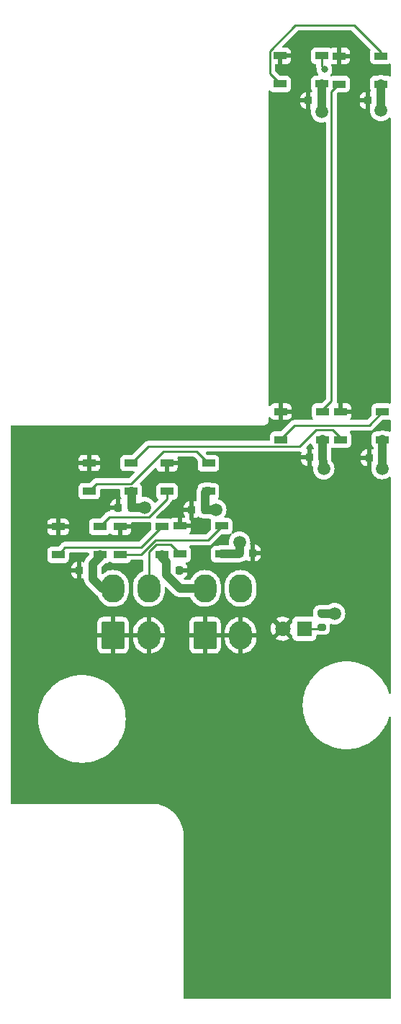
<source format=gbr>
%TF.GenerationSoftware,KiCad,Pcbnew,(6.0.9)*%
%TF.CreationDate,2023-04-01T13:01:52-08:00*%
%TF.ProjectId,GEN TIE PANEL,47454e20-5449-4452-9050-414e454c2e6b,3*%
%TF.SameCoordinates,Original*%
%TF.FileFunction,Copper,L1,Top*%
%TF.FilePolarity,Positive*%
%FSLAX46Y46*%
G04 Gerber Fmt 4.6, Leading zero omitted, Abs format (unit mm)*
G04 Created by KiCad (PCBNEW (6.0.9)) date 2023-04-01 13:01:52*
%MOMM*%
%LPD*%
G01*
G04 APERTURE LIST*
G04 Aperture macros list*
%AMRoundRect*
0 Rectangle with rounded corners*
0 $1 Rounding radius*
0 $2 $3 $4 $5 $6 $7 $8 $9 X,Y pos of 4 corners*
0 Add a 4 corners polygon primitive as box body*
4,1,4,$2,$3,$4,$5,$6,$7,$8,$9,$2,$3,0*
0 Add four circle primitives for the rounded corners*
1,1,$1+$1,$2,$3*
1,1,$1+$1,$4,$5*
1,1,$1+$1,$6,$7*
1,1,$1+$1,$8,$9*
0 Add four rect primitives between the rounded corners*
20,1,$1+$1,$2,$3,$4,$5,0*
20,1,$1+$1,$4,$5,$6,$7,0*
20,1,$1+$1,$6,$7,$8,$9,0*
20,1,$1+$1,$8,$9,$2,$3,0*%
G04 Aperture macros list end*
%TA.AperFunction,SMDPad,CuDef*%
%ADD10R,1.500000X0.900000*%
%TD*%
%TA.AperFunction,SMDPad,CuDef*%
%ADD11RoundRect,0.225000X-0.225000X-0.250000X0.225000X-0.250000X0.225000X0.250000X-0.225000X0.250000X0*%
%TD*%
%TA.AperFunction,SMDPad,CuDef*%
%ADD12RoundRect,0.200000X0.275000X-0.200000X0.275000X0.200000X-0.275000X0.200000X-0.275000X-0.200000X0*%
%TD*%
%TA.AperFunction,SMDPad,CuDef*%
%ADD13RoundRect,0.225000X0.225000X0.250000X-0.225000X0.250000X-0.225000X-0.250000X0.225000X-0.250000X0*%
%TD*%
%TA.AperFunction,ComponentPad*%
%ADD14RoundRect,0.250001X-1.099999X-1.399999X1.099999X-1.399999X1.099999X1.399999X-1.099999X1.399999X0*%
%TD*%
%TA.AperFunction,ComponentPad*%
%ADD15O,2.700000X3.300000*%
%TD*%
%TA.AperFunction,ComponentPad*%
%ADD16R,1.800000X1.800000*%
%TD*%
%TA.AperFunction,ComponentPad*%
%ADD17C,1.800000*%
%TD*%
%TA.AperFunction,ViaPad*%
%ADD18C,1.500000*%
%TD*%
%TA.AperFunction,ViaPad*%
%ADD19C,0.800000*%
%TD*%
%TA.AperFunction,Conductor*%
%ADD20C,0.250000*%
%TD*%
%TA.AperFunction,Conductor*%
%ADD21C,1.000000*%
%TD*%
G04 APERTURE END LIST*
D10*
%TO.P,D1,1,VDD*%
%TO.N,/LED+5V*%
X149292000Y-49324000D03*
%TO.P,D1,2,DOUT*%
%TO.N,Net-(D1-Pad2)*%
X149292000Y-52624000D03*
%TO.P,D1,3,VSS*%
%TO.N,/LEDGND*%
X154192000Y-52624000D03*
%TO.P,D1,4,DIN*%
%TO.N,/DATAIN*%
X154192000Y-49324000D03*
%TD*%
%TO.P,D2,1,VDD*%
%TO.N,/LED+5V*%
X156252000Y-49334000D03*
%TO.P,D2,2,DOUT*%
%TO.N,Net-(D2-Pad2)*%
X156252000Y-52634000D03*
%TO.P,D2,3,VSS*%
%TO.N,/LEDGND*%
X161152000Y-52634000D03*
%TO.P,D2,4,DIN*%
%TO.N,Net-(D1-Pad2)*%
X161152000Y-49334000D03*
%TD*%
%TO.P,D3,1,VDD*%
%TO.N,/LED+5V*%
X149372000Y-91094000D03*
%TO.P,D3,2,DOUT*%
%TO.N,Net-(D3-Pad2)*%
X149372000Y-94394000D03*
%TO.P,D3,3,VSS*%
%TO.N,/LEDGND*%
X154272000Y-94394000D03*
%TO.P,D3,4,DIN*%
%TO.N,Net-(D2-Pad2)*%
X154272000Y-91094000D03*
%TD*%
%TO.P,D4,1,VDD*%
%TO.N,/LED+5V*%
X156422000Y-91094000D03*
%TO.P,D4,2,DOUT*%
%TO.N,Net-(D4-Pad2)*%
X156422000Y-94394000D03*
%TO.P,D4,3,VSS*%
%TO.N,/LEDGND*%
X161322000Y-94394000D03*
%TO.P,D4,4,DIN*%
%TO.N,Net-(D3-Pad2)*%
X161322000Y-91094000D03*
%TD*%
%TO.P,D5,1,VDD*%
%TO.N,/LED+5V*%
X126862000Y-97134000D03*
%TO.P,D5,2,DOUT*%
%TO.N,Net-(D5-Pad2)*%
X126862000Y-100434000D03*
%TO.P,D5,3,VSS*%
%TO.N,/LEDGND*%
X131762000Y-100434000D03*
%TO.P,D5,4,DIN*%
%TO.N,Net-(D4-Pad2)*%
X131762000Y-97134000D03*
%TD*%
%TO.P,D8,1,VDD*%
%TO.N,/LED+5V*%
X130482000Y-104598000D03*
%TO.P,D8,2,DOUT*%
%TO.N,Net-(D8-Pad2)*%
X130482000Y-107898000D03*
%TO.P,D8,3,VSS*%
%TO.N,/LEDGND*%
X135382000Y-107898000D03*
%TO.P,D8,4,DIN*%
%TO.N,Net-(D7-Pad2)*%
X135382000Y-104598000D03*
%TD*%
%TO.P,D9,1,VDD*%
%TO.N,/LED+5V*%
X137512000Y-104514000D03*
%TO.P,D9,2,DOUT*%
%TO.N,/DATAOUT*%
X137512000Y-107814000D03*
%TO.P,D9,3,VSS*%
%TO.N,/LEDGND*%
X142412000Y-107814000D03*
%TO.P,D9,4,DIN*%
%TO.N,Net-(D8-Pad2)*%
X142412000Y-104514000D03*
%TD*%
D11*
%TO.P,C1,1*%
%TO.N,/LED+5V*%
X152617000Y-54574000D03*
%TO.P,C1,2*%
%TO.N,/LEDGND*%
X154167000Y-54574000D03*
%TD*%
D12*
%TO.P,R1,1*%
%TO.N,Net-(D10-Pad1)*%
X154178000Y-116395000D03*
%TO.P,R1,2*%
%TO.N,/LEDGND*%
X154178000Y-114745000D03*
%TD*%
D11*
%TO.P,C2,1*%
%TO.N,/LED+5V*%
X159612000Y-54544000D03*
%TO.P,C2,2*%
%TO.N,/LEDGND*%
X161162000Y-54544000D03*
%TD*%
%TO.P,C3,1*%
%TO.N,/LED+5V*%
X152727000Y-96464000D03*
%TO.P,C3,2*%
%TO.N,/LEDGND*%
X154277000Y-96464000D03*
%TD*%
%TO.P,C4,1*%
%TO.N,/LED+5V*%
X159753000Y-96520000D03*
%TO.P,C4,2*%
%TO.N,/LEDGND*%
X161303000Y-96520000D03*
%TD*%
%TO.P,C5,1*%
%TO.N,/LED+5V*%
X130276000Y-102362000D03*
%TO.P,C5,2*%
%TO.N,/LEDGND*%
X131826000Y-102362000D03*
%TD*%
%TO.P,C6,1*%
%TO.N,/LED+5V*%
X138912000Y-102616000D03*
%TO.P,C6,2*%
%TO.N,/LEDGND*%
X140462000Y-102616000D03*
%TD*%
%TO.P,C7,1*%
%TO.N,/LED+5V*%
X125704000Y-109728000D03*
%TO.P,C7,2*%
%TO.N,/LEDGND*%
X127254000Y-109728000D03*
%TD*%
D13*
%TO.P,C9,1*%
%TO.N,/LED+5V*%
X146076000Y-107696000D03*
%TO.P,C9,2*%
%TO.N,/LEDGND*%
X144526000Y-107696000D03*
%TD*%
%TO.P,C8,1*%
%TO.N,/LED+5V*%
X137440000Y-109728000D03*
%TO.P,C8,2*%
%TO.N,/LEDGND*%
X135890000Y-109728000D03*
%TD*%
D10*
%TO.P,D6,1,VDD*%
%TO.N,/LED+5V*%
X135980000Y-97156000D03*
%TO.P,D6,2,DOUT*%
%TO.N,Net-(D6-Pad2)*%
X135980000Y-100456000D03*
%TO.P,D6,3,VSS*%
%TO.N,/LEDGND*%
X140880000Y-100456000D03*
%TO.P,D6,4,DIN*%
%TO.N,Net-(D5-Pad2)*%
X140880000Y-97156000D03*
%TD*%
%TO.P,D7,1,VDD*%
%TO.N,/LED+5V*%
X123190000Y-104598000D03*
%TO.P,D7,2,DOUT*%
%TO.N,Net-(D7-Pad2)*%
X123190000Y-107898000D03*
%TO.P,D7,3,VSS*%
%TO.N,/LEDGND*%
X128090000Y-107898000D03*
%TO.P,D7,4,DIN*%
%TO.N,Net-(D6-Pad2)*%
X128090000Y-104598000D03*
%TD*%
D14*
%TO.P,J1,1,Pin_1*%
%TO.N,/LED+5V*%
X140462000Y-117348000D03*
D15*
%TO.P,J1,2,Pin_2*%
X144662000Y-117348000D03*
%TO.P,J1,3,Pin_3*%
%TO.N,/LEDGND*%
X140462000Y-111848000D03*
%TO.P,J1,4,Pin_4*%
%TO.N,/DATAIN*%
X144662000Y-111848000D03*
%TD*%
D16*
%TO.P,D10,1,K*%
%TO.N,Net-(D10-Pad1)*%
X152146000Y-116586000D03*
D17*
%TO.P,D10,2,A*%
%TO.N,/LED+5V*%
X149606000Y-116586000D03*
%TD*%
D14*
%TO.P,J2,1,Pin_1*%
%TO.N,/LED+5V*%
X129658000Y-117348000D03*
D15*
%TO.P,J2,2,Pin_2*%
X133858000Y-117348000D03*
%TO.P,J2,3,Pin_3*%
%TO.N,/LEDGND*%
X129658000Y-111848000D03*
%TO.P,J2,4,Pin_4*%
%TO.N,/DATAOUT*%
X133858000Y-111848000D03*
%TD*%
D18*
%TO.N,/LEDGND*%
X154432000Y-97790000D03*
X155702000Y-114808000D03*
X133350000Y-102362000D03*
X154178000Y-55880000D03*
X161162000Y-55752000D03*
X161303000Y-97777000D03*
X141732000Y-102616000D03*
X144526000Y-106426000D03*
%TO.N,/LED+5V*%
X151130000Y-106934000D03*
X151130000Y-105410000D03*
D19*
%TO.N,/DATAIN*%
X154520000Y-50910000D03*
%TD*%
D20*
%TO.N,Net-(D1-Pad2)*%
X149292000Y-52574000D02*
X148082000Y-51364000D01*
X148082000Y-51364000D02*
X148082000Y-48748998D01*
X161152000Y-48842000D02*
X158030000Y-45720000D01*
X161152000Y-49384000D02*
X161152000Y-48842000D01*
X158030000Y-45720000D02*
X151110998Y-45720000D01*
X151110998Y-45720000D02*
X148082000Y-48748998D01*
%TO.N,Net-(D2-Pad2)*%
X154272000Y-91144000D02*
X154272000Y-90889998D01*
X155346999Y-53489001D02*
X155346999Y-89814999D01*
X154272000Y-90889998D02*
X155346999Y-89814999D01*
X156252000Y-52584000D02*
X155346999Y-53489001D01*
%TO.N,Net-(D3-Pad2)*%
X151006000Y-92710000D02*
X159756000Y-92710000D01*
X149372000Y-94344000D02*
X151006000Y-92710000D01*
X159756000Y-92710000D02*
X161322000Y-91144000D01*
%TO.N,Net-(D4-Pad2)*%
X156422000Y-94344000D02*
X156422000Y-94192000D01*
X151611997Y-95169001D02*
X133776999Y-95169001D01*
X133776999Y-95169001D02*
X131762000Y-97184000D01*
X156422000Y-94192000D02*
X155448000Y-93218000D01*
X155448000Y-93218000D02*
X153562998Y-93218000D01*
X153562998Y-93218000D02*
X151611997Y-95169001D01*
%TO.N,Net-(D6-Pad2)*%
X129226999Y-103437001D02*
X133866001Y-103437001D01*
X133866001Y-103437001D02*
X135980000Y-101323002D01*
X128090000Y-104648000D02*
X128090000Y-104574000D01*
X135980000Y-101323002D02*
X135980000Y-100406000D01*
X128090000Y-104574000D02*
X129226999Y-103437001D01*
%TO.N,Net-(D8-Pad2)*%
X140804000Y-106172000D02*
X142412000Y-104564000D01*
X132944000Y-107848000D02*
X134620000Y-106172000D01*
X134620000Y-106172000D02*
X140804000Y-106172000D01*
X130482000Y-107848000D02*
X132944000Y-107848000D01*
D21*
%TO.N,/LEDGND*%
X161162000Y-55752000D02*
X161162000Y-55752000D01*
X154178000Y-55880000D02*
X154167000Y-55869000D01*
X161303000Y-97777000D02*
X161303000Y-97777000D01*
X154432000Y-97790000D02*
X154277000Y-97635000D01*
X133350000Y-102362000D02*
X133350000Y-102362000D01*
X144526000Y-106426000D02*
X144526000Y-106426000D01*
X141732000Y-102616000D02*
X141732000Y-102616000D01*
X155702000Y-114808000D02*
X155676500Y-114782500D01*
X154192000Y-52574000D02*
X154192000Y-54549000D01*
X161152000Y-54534000D02*
X161162000Y-54544000D01*
X131826000Y-102362000D02*
X133350000Y-102362000D01*
X140462000Y-100584000D02*
X140462000Y-102616000D01*
X140880000Y-100406000D02*
X140640000Y-100406000D01*
X140462000Y-102616000D02*
X141732000Y-102616000D01*
X161303000Y-94363000D02*
X161322000Y-94344000D01*
X131826000Y-100448000D02*
X131762000Y-100384000D01*
X140462000Y-111848000D02*
X137535000Y-111848000D01*
X131826000Y-102362000D02*
X131826000Y-100448000D01*
X154272000Y-96459000D02*
X154277000Y-96464000D01*
X128090000Y-108130000D02*
X127254000Y-108966000D01*
X161303000Y-96520000D02*
X161303000Y-94363000D01*
X154192000Y-54549000D02*
X154167000Y-54574000D01*
X161152000Y-52584000D02*
X161152000Y-54534000D01*
X135382000Y-107848000D02*
X135382000Y-108204000D01*
X154272000Y-94344000D02*
X154272000Y-96459000D01*
X154167000Y-54574000D02*
X154178000Y-55880000D01*
X144458000Y-107764000D02*
X144526000Y-107696000D01*
X127254000Y-108966000D02*
X127254000Y-109728000D01*
X127254000Y-109728000D02*
X127254000Y-110744000D01*
X127254000Y-110744000D02*
X128358000Y-111848000D01*
X135890000Y-110203000D02*
X135890000Y-109728000D01*
X128358000Y-111848000D02*
X129658000Y-111848000D01*
X128090000Y-107848000D02*
X128090000Y-108130000D01*
X142412000Y-107764000D02*
X144458000Y-107764000D01*
X154178000Y-114782500D02*
X155702000Y-114808000D01*
X140640000Y-100406000D02*
X140462000Y-100584000D01*
X161162000Y-54544000D02*
X161162000Y-55752000D01*
X137535000Y-111848000D02*
X135890000Y-110203000D01*
X154277000Y-96464000D02*
X154432000Y-97790000D01*
X161303000Y-96520000D02*
X161303000Y-97777000D01*
X144526000Y-107696000D02*
X144526000Y-106426000D01*
X135890000Y-108712000D02*
X135890000Y-109728000D01*
X135382000Y-108204000D02*
X135890000Y-108712000D01*
D20*
%TO.N,/DATAIN*%
X154192000Y-50582000D02*
X154520000Y-50910000D01*
X154192000Y-49374000D02*
X154192000Y-50582000D01*
%TO.N,/DATAOUT*%
X136428000Y-106680000D02*
X134748410Y-106680000D01*
X137512000Y-107764000D02*
X136428000Y-106680000D01*
X133858000Y-107570410D02*
X133858000Y-111848000D01*
X134748410Y-106680000D02*
X133858000Y-107570410D01*
%TO.N,Net-(D5-Pad2)*%
X140054999Y-96380999D02*
X140054999Y-96366999D01*
X139446000Y-95758000D02*
X135592998Y-95758000D01*
X131791999Y-99558999D02*
X127687001Y-99558999D01*
X140054999Y-96366999D02*
X139446000Y-95758000D01*
X127687001Y-99558999D02*
X126862000Y-100384000D01*
X135592998Y-95758000D02*
X131791999Y-99558999D01*
X140880000Y-97206000D02*
X140054999Y-96380999D01*
%TO.N,Net-(D7-Pad2)*%
X132930999Y-107022999D02*
X135305998Y-104648000D01*
X135305998Y-104648000D02*
X135382000Y-104648000D01*
X123190000Y-107848000D02*
X124015001Y-107022999D01*
X124015001Y-107022999D02*
X132930999Y-107022999D01*
%TO.N,Net-(D10-Pad1)*%
X152146000Y-116586000D02*
X153949500Y-116586000D01*
X153949500Y-116586000D02*
X154178000Y-116357500D01*
%TD*%
%TA.AperFunction,Conductor*%
%TO.N,/LED+5V*%
G36*
X157783527Y-46373502D02*
G01*
X157804501Y-46390405D01*
X159921290Y-48507194D01*
X159955316Y-48569506D01*
X159950177Y-48640517D01*
X159900255Y-48773684D01*
X159893500Y-48835866D01*
X159893500Y-49832134D01*
X159900255Y-49894316D01*
X159951385Y-50030705D01*
X160038739Y-50147261D01*
X160155295Y-50234615D01*
X160291684Y-50285745D01*
X160353866Y-50292500D01*
X161950134Y-50292500D01*
X162012316Y-50285745D01*
X162019712Y-50282973D01*
X162019718Y-50282971D01*
X162142534Y-50236929D01*
X162213341Y-50231746D01*
X162275710Y-50265667D01*
X162309839Y-50327922D01*
X162312763Y-50354911D01*
X162312763Y-51613089D01*
X162292761Y-51681210D01*
X162239105Y-51727703D01*
X162168831Y-51737807D01*
X162142534Y-51731071D01*
X162019718Y-51685029D01*
X162019712Y-51685027D01*
X162012316Y-51682255D01*
X161950134Y-51675500D01*
X161624110Y-51675500D01*
X161564182Y-51660336D01*
X161544701Y-51649802D01*
X161355768Y-51591318D01*
X161349643Y-51590674D01*
X161349642Y-51590674D01*
X161165204Y-51571289D01*
X161165202Y-51571289D01*
X161159075Y-51570645D01*
X161076576Y-51578153D01*
X160968251Y-51588011D01*
X160968248Y-51588012D01*
X160962112Y-51588570D01*
X160956206Y-51590308D01*
X160956202Y-51590309D01*
X160778293Y-51642670D01*
X160772381Y-51644410D01*
X160756461Y-51652733D01*
X160740340Y-51661161D01*
X160681964Y-51675500D01*
X160353866Y-51675500D01*
X160291684Y-51682255D01*
X160155295Y-51733385D01*
X160038739Y-51820739D01*
X159951385Y-51937295D01*
X159900255Y-52073684D01*
X159893500Y-52135866D01*
X159893500Y-53132134D01*
X159900255Y-53194316D01*
X159951385Y-53330705D01*
X159956771Y-53337891D01*
X159972917Y-53359435D01*
X159997765Y-53425941D01*
X159982712Y-53495324D01*
X159932538Y-53545554D01*
X159900840Y-53553654D01*
X159901498Y-53555896D01*
X159868876Y-53565475D01*
X159867671Y-53566865D01*
X159866000Y-53574548D01*
X159866000Y-55508885D01*
X159871911Y-55529016D01*
X159905004Y-55580508D01*
X159909630Y-55626989D01*
X159898693Y-55752000D01*
X159917885Y-55971371D01*
X159974880Y-56184076D01*
X159977205Y-56189061D01*
X160065618Y-56378666D01*
X160065621Y-56378671D01*
X160067944Y-56383653D01*
X160071100Y-56388160D01*
X160071101Y-56388162D01*
X160157571Y-56511653D01*
X160194251Y-56564038D01*
X160349962Y-56719749D01*
X160530346Y-56846056D01*
X160729924Y-56939120D01*
X160942629Y-56996115D01*
X161162000Y-57015307D01*
X161381371Y-56996115D01*
X161594076Y-56939120D01*
X161793654Y-56846056D01*
X161974038Y-56719749D01*
X162097668Y-56596119D01*
X162159980Y-56562093D01*
X162230795Y-56567158D01*
X162287631Y-56609705D01*
X162312442Y-56676225D01*
X162312763Y-56685214D01*
X162312763Y-90015997D01*
X162292761Y-90084118D01*
X162239105Y-90130611D01*
X162173156Y-90141260D01*
X162120134Y-90135500D01*
X160523866Y-90135500D01*
X160461684Y-90142255D01*
X160325295Y-90193385D01*
X160208739Y-90280739D01*
X160121385Y-90397295D01*
X160070255Y-90533684D01*
X160063500Y-90595866D01*
X160063500Y-91454405D01*
X160043498Y-91522526D01*
X160026595Y-91543500D01*
X159530500Y-92039595D01*
X159468188Y-92073621D01*
X159441405Y-92076500D01*
X157659689Y-92076500D01*
X157591568Y-92056498D01*
X157545075Y-92002842D01*
X157534971Y-91932568D01*
X157558863Y-91874935D01*
X157616786Y-91797648D01*
X157625324Y-91782054D01*
X157670478Y-91661606D01*
X157674105Y-91646351D01*
X157679631Y-91595486D01*
X157680000Y-91588672D01*
X157680000Y-91366115D01*
X157675525Y-91350876D01*
X157674135Y-91349671D01*
X157666452Y-91348000D01*
X156294000Y-91348000D01*
X156225879Y-91327998D01*
X156179386Y-91274342D01*
X156168000Y-91222000D01*
X156168000Y-90821885D01*
X156676000Y-90821885D01*
X156680475Y-90837124D01*
X156681865Y-90838329D01*
X156689548Y-90840000D01*
X157661884Y-90840000D01*
X157677123Y-90835525D01*
X157678328Y-90834135D01*
X157679999Y-90826452D01*
X157679999Y-90599331D01*
X157679629Y-90592510D01*
X157674105Y-90541648D01*
X157670479Y-90526396D01*
X157625324Y-90405946D01*
X157616786Y-90390351D01*
X157540285Y-90288276D01*
X157527724Y-90275715D01*
X157425649Y-90199214D01*
X157410054Y-90190676D01*
X157289606Y-90145522D01*
X157274351Y-90141895D01*
X157223486Y-90136369D01*
X157216672Y-90136000D01*
X156694115Y-90136000D01*
X156678876Y-90140475D01*
X156677671Y-90141865D01*
X156676000Y-90149548D01*
X156676000Y-90821885D01*
X156168000Y-90821885D01*
X156168000Y-90154116D01*
X156163525Y-90138877D01*
X156162135Y-90137672D01*
X156154452Y-90136001D01*
X156085081Y-90136001D01*
X156016960Y-90115999D01*
X155970467Y-90062343D01*
X155960633Y-89990288D01*
X155967098Y-89949475D01*
X155969504Y-89937855D01*
X155978527Y-89902710D01*
X155978527Y-89902709D01*
X155980499Y-89895029D01*
X155980499Y-89874775D01*
X155982050Y-89855064D01*
X155983979Y-89842885D01*
X155985219Y-89835056D01*
X155981058Y-89791037D01*
X155980499Y-89779180D01*
X155980499Y-54839438D01*
X158654000Y-54839438D01*
X158654337Y-54845953D01*
X158663894Y-54938057D01*
X158666788Y-54951456D01*
X158716381Y-55100107D01*
X158722555Y-55113286D01*
X158804788Y-55246173D01*
X158813824Y-55257574D01*
X158924429Y-55367986D01*
X158935840Y-55376998D01*
X159068880Y-55459004D01*
X159082061Y-55465151D01*
X159230814Y-55514491D01*
X159244190Y-55517358D01*
X159335097Y-55526672D01*
X159340126Y-55526929D01*
X159355124Y-55522525D01*
X159356329Y-55521135D01*
X159358000Y-55513452D01*
X159358000Y-54816115D01*
X159353525Y-54800876D01*
X159352135Y-54799671D01*
X159344452Y-54798000D01*
X158672115Y-54798000D01*
X158656876Y-54802475D01*
X158655671Y-54803865D01*
X158654000Y-54811548D01*
X158654000Y-54839438D01*
X155980499Y-54839438D01*
X155980499Y-54271885D01*
X158654000Y-54271885D01*
X158658475Y-54287124D01*
X158659865Y-54288329D01*
X158667548Y-54290000D01*
X159339885Y-54290000D01*
X159355124Y-54285525D01*
X159356329Y-54284135D01*
X159358000Y-54276452D01*
X159358000Y-53579115D01*
X159353525Y-53563876D01*
X159352135Y-53562671D01*
X159344452Y-53561000D01*
X159341562Y-53561000D01*
X159335047Y-53561337D01*
X159242943Y-53570894D01*
X159229544Y-53573788D01*
X159080893Y-53623381D01*
X159067714Y-53629555D01*
X158934827Y-53711788D01*
X158923426Y-53720824D01*
X158813014Y-53831429D01*
X158804002Y-53842840D01*
X158721996Y-53975880D01*
X158715849Y-53989061D01*
X158666509Y-54137814D01*
X158663642Y-54151190D01*
X158654328Y-54242097D01*
X158654000Y-54248514D01*
X158654000Y-54271885D01*
X155980499Y-54271885D01*
X155980499Y-53803595D01*
X156000501Y-53735474D01*
X156017404Y-53714500D01*
X156102499Y-53629405D01*
X156164811Y-53595379D01*
X156191594Y-53592500D01*
X157050134Y-53592500D01*
X157112316Y-53585745D01*
X157248705Y-53534615D01*
X157365261Y-53447261D01*
X157452615Y-53330705D01*
X157503745Y-53194316D01*
X157510500Y-53132134D01*
X157510500Y-52135866D01*
X157503745Y-52073684D01*
X157452615Y-51937295D01*
X157365261Y-51820739D01*
X157248705Y-51733385D01*
X157112316Y-51682255D01*
X157050134Y-51675500D01*
X155453866Y-51675500D01*
X155391684Y-51682255D01*
X155384288Y-51685027D01*
X155384282Y-51685029D01*
X155354687Y-51696124D01*
X155283880Y-51701307D01*
X155221511Y-51667386D01*
X155187382Y-51605130D01*
X155192329Y-51534306D01*
X155216822Y-51493832D01*
X155254621Y-51451852D01*
X155254622Y-51451851D01*
X155259040Y-51446944D01*
X155354527Y-51281556D01*
X155413542Y-51099928D01*
X155433504Y-50910000D01*
X155415720Y-50740797D01*
X155414232Y-50726635D01*
X155414232Y-50726633D01*
X155413542Y-50720072D01*
X155354527Y-50538444D01*
X155344981Y-50521909D01*
X155320250Y-50479075D01*
X155303512Y-50410080D01*
X155326732Y-50342988D01*
X155382539Y-50299101D01*
X155442979Y-50290812D01*
X155450519Y-50291631D01*
X155457328Y-50292000D01*
X155979885Y-50292000D01*
X155995124Y-50287525D01*
X155996329Y-50286135D01*
X155998000Y-50278452D01*
X155998000Y-50273884D01*
X156506000Y-50273884D01*
X156510475Y-50289123D01*
X156511865Y-50290328D01*
X156519548Y-50291999D01*
X157046669Y-50291999D01*
X157053490Y-50291629D01*
X157104352Y-50286105D01*
X157119604Y-50282479D01*
X157240054Y-50237324D01*
X157255649Y-50228786D01*
X157357724Y-50152285D01*
X157370285Y-50139724D01*
X157446786Y-50037649D01*
X157455324Y-50022054D01*
X157500478Y-49901606D01*
X157504105Y-49886351D01*
X157509631Y-49835486D01*
X157510000Y-49828672D01*
X157510000Y-49606115D01*
X157505525Y-49590876D01*
X157504135Y-49589671D01*
X157496452Y-49588000D01*
X156524115Y-49588000D01*
X156508876Y-49592475D01*
X156507671Y-49593865D01*
X156506000Y-49601548D01*
X156506000Y-50273884D01*
X155998000Y-50273884D01*
X155998000Y-49061885D01*
X156506000Y-49061885D01*
X156510475Y-49077124D01*
X156511865Y-49078329D01*
X156519548Y-49080000D01*
X157491884Y-49080000D01*
X157507123Y-49075525D01*
X157508328Y-49074135D01*
X157509999Y-49066452D01*
X157509999Y-48839331D01*
X157509629Y-48832510D01*
X157504105Y-48781648D01*
X157500479Y-48766396D01*
X157455324Y-48645946D01*
X157446786Y-48630351D01*
X157370285Y-48528276D01*
X157357724Y-48515715D01*
X157255649Y-48439214D01*
X157240054Y-48430676D01*
X157119606Y-48385522D01*
X157104351Y-48381895D01*
X157053486Y-48376369D01*
X157046672Y-48376000D01*
X156524115Y-48376000D01*
X156508876Y-48380475D01*
X156507671Y-48381865D01*
X156506000Y-48389548D01*
X156506000Y-49061885D01*
X155998000Y-49061885D01*
X155998000Y-48394116D01*
X155993525Y-48378877D01*
X155992135Y-48377672D01*
X155984452Y-48376001D01*
X155457331Y-48376001D01*
X155450510Y-48376371D01*
X155399648Y-48381895D01*
X155384396Y-48385521D01*
X155279697Y-48424771D01*
X155208889Y-48429954D01*
X155189018Y-48422550D01*
X155188705Y-48423385D01*
X155052316Y-48372255D01*
X154990134Y-48365500D01*
X153393866Y-48365500D01*
X153331684Y-48372255D01*
X153195295Y-48423385D01*
X153078739Y-48510739D01*
X152991385Y-48627295D01*
X152940255Y-48763684D01*
X152933500Y-48825866D01*
X152933500Y-49822134D01*
X152940255Y-49884316D01*
X152991385Y-50020705D01*
X153078739Y-50137261D01*
X153195295Y-50224615D01*
X153331684Y-50275745D01*
X153393866Y-50282500D01*
X153432500Y-50282500D01*
X153500621Y-50302502D01*
X153547114Y-50356158D01*
X153558500Y-50408500D01*
X153558500Y-50503233D01*
X153557973Y-50514416D01*
X153556298Y-50521909D01*
X153556547Y-50529835D01*
X153556547Y-50529836D01*
X153558438Y-50589986D01*
X153558500Y-50593945D01*
X153558500Y-50621856D01*
X153558997Y-50625790D01*
X153558997Y-50625791D01*
X153559005Y-50625856D01*
X153559938Y-50637693D01*
X153561327Y-50681889D01*
X153566978Y-50701339D01*
X153570987Y-50720700D01*
X153573526Y-50740797D01*
X153576445Y-50748168D01*
X153576445Y-50748170D01*
X153589804Y-50781912D01*
X153593648Y-50793140D01*
X153605205Y-50832917D01*
X153609519Y-50881242D01*
X153606496Y-50910000D01*
X153626458Y-51099928D01*
X153685473Y-51281556D01*
X153780960Y-51446944D01*
X153788385Y-51455191D01*
X153819102Y-51519195D01*
X153810339Y-51589649D01*
X153764877Y-51644181D01*
X153694749Y-51665500D01*
X153393866Y-51665500D01*
X153331684Y-51672255D01*
X153195295Y-51723385D01*
X153078739Y-51810739D01*
X152991385Y-51927295D01*
X152940255Y-52063684D01*
X152933500Y-52125866D01*
X152933500Y-53122134D01*
X152940255Y-53184316D01*
X152991385Y-53320705D01*
X153020412Y-53359435D01*
X153046632Y-53394421D01*
X153071480Y-53460927D01*
X153056427Y-53530310D01*
X153006253Y-53580540D01*
X152932963Y-53595330D01*
X152893901Y-53591328D01*
X152888874Y-53591071D01*
X152873876Y-53595475D01*
X152872671Y-53596865D01*
X152871000Y-53604548D01*
X152871000Y-55538885D01*
X152875475Y-55554125D01*
X152889815Y-55566551D01*
X152928199Y-55626277D01*
X152932824Y-55672756D01*
X152914693Y-55880000D01*
X152933885Y-56099371D01*
X152990880Y-56312076D01*
X152993205Y-56317061D01*
X153081618Y-56506666D01*
X153081621Y-56506671D01*
X153083944Y-56511653D01*
X153087100Y-56516160D01*
X153087101Y-56516162D01*
X153205473Y-56685214D01*
X153210251Y-56692038D01*
X153365962Y-56847749D01*
X153546346Y-56974056D01*
X153745924Y-57067120D01*
X153958629Y-57124115D01*
X154178000Y-57143307D01*
X154397371Y-57124115D01*
X154554887Y-57081908D01*
X154625864Y-57083598D01*
X154684660Y-57123392D01*
X154712608Y-57188656D01*
X154713499Y-57203615D01*
X154713499Y-89500404D01*
X154693497Y-89568525D01*
X154676594Y-89589499D01*
X154167498Y-90098595D01*
X154105186Y-90132621D01*
X154078403Y-90135500D01*
X153473866Y-90135500D01*
X153411684Y-90142255D01*
X153275295Y-90193385D01*
X153158739Y-90280739D01*
X153071385Y-90397295D01*
X153020255Y-90533684D01*
X153013500Y-90595866D01*
X153013500Y-91592134D01*
X153020255Y-91654316D01*
X153071385Y-91790705D01*
X153117736Y-91852551D01*
X153134512Y-91874935D01*
X153159360Y-91941441D01*
X153144307Y-92010824D01*
X153094133Y-92061054D01*
X153033686Y-92076500D01*
X151084767Y-92076500D01*
X151073584Y-92075973D01*
X151066091Y-92074298D01*
X151058165Y-92074547D01*
X151058164Y-92074547D01*
X150998001Y-92076438D01*
X150994043Y-92076500D01*
X150966144Y-92076500D01*
X150962154Y-92077004D01*
X150950320Y-92077936D01*
X150906111Y-92079326D01*
X150898497Y-92081538D01*
X150898492Y-92081539D01*
X150886659Y-92084977D01*
X150867296Y-92088988D01*
X150847203Y-92091526D01*
X150839836Y-92094443D01*
X150839831Y-92094444D01*
X150806092Y-92107802D01*
X150794865Y-92111646D01*
X150752407Y-92123982D01*
X150745581Y-92128019D01*
X150734972Y-92134293D01*
X150717224Y-92142988D01*
X150698383Y-92150448D01*
X150691967Y-92155110D01*
X150691966Y-92155110D01*
X150662613Y-92176436D01*
X150652693Y-92182952D01*
X150621465Y-92201420D01*
X150621462Y-92201422D01*
X150614638Y-92205458D01*
X150600317Y-92219779D01*
X150585284Y-92232619D01*
X150568893Y-92244528D01*
X150563842Y-92250634D01*
X150540702Y-92278605D01*
X150532712Y-92287384D01*
X149421500Y-93398595D01*
X149359188Y-93432621D01*
X149332405Y-93435500D01*
X148573866Y-93435500D01*
X148511684Y-93442255D01*
X148375295Y-93493385D01*
X148258739Y-93580739D01*
X148171385Y-93697295D01*
X148120255Y-93833684D01*
X148113500Y-93895866D01*
X148113500Y-94409501D01*
X148093498Y-94477622D01*
X148039842Y-94524115D01*
X147987500Y-94535501D01*
X133855766Y-94535501D01*
X133844583Y-94534974D01*
X133837090Y-94533299D01*
X133829164Y-94533548D01*
X133829163Y-94533548D01*
X133769000Y-94535439D01*
X133765042Y-94535501D01*
X133737143Y-94535501D01*
X133733153Y-94536005D01*
X133721319Y-94536937D01*
X133677110Y-94538327D01*
X133669496Y-94540539D01*
X133669491Y-94540540D01*
X133657658Y-94543978D01*
X133638295Y-94547989D01*
X133618202Y-94550527D01*
X133610835Y-94553444D01*
X133610830Y-94553445D01*
X133577091Y-94566803D01*
X133565864Y-94570647D01*
X133523406Y-94582983D01*
X133516580Y-94587020D01*
X133505971Y-94593294D01*
X133488223Y-94601989D01*
X133469382Y-94609449D01*
X133462966Y-94614111D01*
X133462965Y-94614111D01*
X133433612Y-94635437D01*
X133423692Y-94641953D01*
X133392464Y-94660421D01*
X133392461Y-94660423D01*
X133385637Y-94664459D01*
X133371316Y-94678780D01*
X133356283Y-94691620D01*
X133339892Y-94703529D01*
X133334841Y-94709635D01*
X133311701Y-94737606D01*
X133303711Y-94746385D01*
X131911500Y-96138595D01*
X131849188Y-96172621D01*
X131822405Y-96175500D01*
X130963866Y-96175500D01*
X130901684Y-96182255D01*
X130765295Y-96233385D01*
X130648739Y-96320739D01*
X130561385Y-96437295D01*
X130510255Y-96573684D01*
X130503500Y-96635866D01*
X130503500Y-97632134D01*
X130510255Y-97694316D01*
X130561385Y-97830705D01*
X130648739Y-97947261D01*
X130765295Y-98034615D01*
X130901684Y-98085745D01*
X130963866Y-98092500D01*
X132058403Y-98092500D01*
X132126524Y-98112502D01*
X132173017Y-98166158D01*
X132183121Y-98236432D01*
X132153627Y-98301012D01*
X132147498Y-98307595D01*
X131566499Y-98888594D01*
X131504187Y-98922620D01*
X131477404Y-98925499D01*
X127765769Y-98925499D01*
X127754586Y-98924972D01*
X127747093Y-98923297D01*
X127739167Y-98923546D01*
X127739166Y-98923546D01*
X127679003Y-98925437D01*
X127675045Y-98925499D01*
X127647145Y-98925499D01*
X127643155Y-98926003D01*
X127631321Y-98926935D01*
X127587112Y-98928325D01*
X127579496Y-98930538D01*
X127579494Y-98930538D01*
X127567653Y-98933978D01*
X127548294Y-98937987D01*
X127546984Y-98938153D01*
X127528204Y-98940525D01*
X127520838Y-98943441D01*
X127520832Y-98943443D01*
X127487099Y-98956799D01*
X127475869Y-98960644D01*
X127441018Y-98970769D01*
X127433408Y-98972980D01*
X127426585Y-98977015D01*
X127415967Y-98983294D01*
X127398214Y-98991991D01*
X127390569Y-98995018D01*
X127379384Y-98999447D01*
X127372969Y-99004108D01*
X127343613Y-99025436D01*
X127333696Y-99031950D01*
X127295639Y-99054457D01*
X127281318Y-99068778D01*
X127266285Y-99081618D01*
X127249894Y-99093527D01*
X127244843Y-99099632D01*
X127244838Y-99099637D01*
X127221707Y-99127597D01*
X127213720Y-99136375D01*
X126911501Y-99438595D01*
X126849188Y-99472620D01*
X126822405Y-99475500D01*
X126063866Y-99475500D01*
X126001684Y-99482255D01*
X125865295Y-99533385D01*
X125748739Y-99620739D01*
X125661385Y-99737295D01*
X125610255Y-99873684D01*
X125603500Y-99935866D01*
X125603500Y-100932134D01*
X125610255Y-100994316D01*
X125661385Y-101130705D01*
X125748739Y-101247261D01*
X125865295Y-101334615D01*
X126001684Y-101385745D01*
X126063866Y-101392500D01*
X127660134Y-101392500D01*
X127722316Y-101385745D01*
X127858705Y-101334615D01*
X127975261Y-101247261D01*
X128062615Y-101130705D01*
X128113745Y-100994316D01*
X128120500Y-100932134D01*
X128120500Y-100318499D01*
X128140502Y-100250378D01*
X128194158Y-100203885D01*
X128246500Y-100192499D01*
X130377500Y-100192499D01*
X130445621Y-100212501D01*
X130492114Y-100266157D01*
X130503500Y-100318499D01*
X130503500Y-100932134D01*
X130510255Y-100994316D01*
X130561385Y-101130705D01*
X130593426Y-101173457D01*
X130602615Y-101185718D01*
X130627463Y-101252224D01*
X130612410Y-101321607D01*
X130562236Y-101371837D01*
X130537288Y-101382179D01*
X130532876Y-101383474D01*
X130531671Y-101384865D01*
X130530000Y-101392548D01*
X130530000Y-102490000D01*
X130509998Y-102558121D01*
X130456342Y-102604614D01*
X130404000Y-102616000D01*
X129336115Y-102616000D01*
X129320876Y-102620475D01*
X129319671Y-102621865D01*
X129318000Y-102629548D01*
X129318000Y-102657438D01*
X129318337Y-102663954D01*
X129318395Y-102664512D01*
X129318372Y-102664635D01*
X129318505Y-102667197D01*
X129317894Y-102667229D01*
X129305522Y-102734332D01*
X129256945Y-102786108D01*
X129195037Y-102802964D01*
X129195055Y-102803252D01*
X129193658Y-102803340D01*
X129193066Y-102803501D01*
X129187143Y-102803501D01*
X129183228Y-102803996D01*
X129183224Y-102803996D01*
X129183166Y-102804004D01*
X129183137Y-102804007D01*
X129171295Y-102804940D01*
X129127109Y-102806328D01*
X129109743Y-102811373D01*
X129107657Y-102811979D01*
X129088305Y-102815987D01*
X129076067Y-102817533D01*
X129076065Y-102817534D01*
X129068202Y-102818527D01*
X129027085Y-102834807D01*
X129015884Y-102838642D01*
X128973405Y-102850983D01*
X128966586Y-102855016D01*
X128966581Y-102855018D01*
X128955970Y-102861294D01*
X128938220Y-102869991D01*
X128919382Y-102877449D01*
X128912966Y-102882110D01*
X128912965Y-102882111D01*
X128883624Y-102903429D01*
X128873700Y-102909948D01*
X128842459Y-102928423D01*
X128842454Y-102928427D01*
X128835636Y-102932459D01*
X128821312Y-102946783D01*
X128806280Y-102959622D01*
X128789892Y-102971529D01*
X128761711Y-103005594D01*
X128753721Y-103014374D01*
X128165500Y-103602595D01*
X128103188Y-103636621D01*
X128076405Y-103639500D01*
X127291866Y-103639500D01*
X127229684Y-103646255D01*
X127093295Y-103697385D01*
X126976739Y-103784739D01*
X126889385Y-103901295D01*
X126838255Y-104037684D01*
X126831500Y-104099866D01*
X126831500Y-105096134D01*
X126838255Y-105158316D01*
X126889385Y-105294705D01*
X126976739Y-105411261D01*
X127093295Y-105498615D01*
X127229684Y-105549745D01*
X127291866Y-105556500D01*
X128888134Y-105556500D01*
X128950316Y-105549745D01*
X129086705Y-105498615D01*
X129203261Y-105411261D01*
X129203753Y-105411917D01*
X129259574Y-105381435D01*
X129330389Y-105386500D01*
X129368857Y-105411223D01*
X129369096Y-105410904D01*
X129373518Y-105414218D01*
X129375452Y-105415461D01*
X129376276Y-105416285D01*
X129478351Y-105492786D01*
X129493946Y-105501324D01*
X129614394Y-105546478D01*
X129629649Y-105550105D01*
X129680514Y-105555631D01*
X129687328Y-105556000D01*
X130209885Y-105556000D01*
X130225124Y-105551525D01*
X130226329Y-105550135D01*
X130228000Y-105542452D01*
X130228000Y-105537884D01*
X130736000Y-105537884D01*
X130740475Y-105553123D01*
X130741865Y-105554328D01*
X130749548Y-105555999D01*
X131276669Y-105555999D01*
X131283490Y-105555629D01*
X131334352Y-105550105D01*
X131349604Y-105546479D01*
X131470054Y-105501324D01*
X131485649Y-105492786D01*
X131587724Y-105416285D01*
X131600285Y-105403724D01*
X131676786Y-105301649D01*
X131685324Y-105286054D01*
X131730478Y-105165606D01*
X131734105Y-105150351D01*
X131739631Y-105099486D01*
X131740000Y-105092672D01*
X131740000Y-104870115D01*
X131735525Y-104854876D01*
X131734135Y-104853671D01*
X131726452Y-104852000D01*
X130754115Y-104852000D01*
X130738876Y-104856475D01*
X130737671Y-104857865D01*
X130736000Y-104865548D01*
X130736000Y-105537884D01*
X130228000Y-105537884D01*
X130228000Y-104470000D01*
X130248002Y-104401879D01*
X130301658Y-104355386D01*
X130354000Y-104344000D01*
X131721884Y-104344000D01*
X131737123Y-104339525D01*
X131738328Y-104338135D01*
X131739999Y-104330452D01*
X131739999Y-104196501D01*
X131760001Y-104128380D01*
X131813657Y-104081887D01*
X131865999Y-104070501D01*
X133787234Y-104070501D01*
X133798417Y-104071028D01*
X133805910Y-104072703D01*
X133813836Y-104072454D01*
X133813837Y-104072454D01*
X133873987Y-104070563D01*
X133877946Y-104070501D01*
X133905857Y-104070501D01*
X133909792Y-104070004D01*
X133909857Y-104069996D01*
X133921694Y-104069063D01*
X133953952Y-104068049D01*
X133957971Y-104067923D01*
X133965890Y-104067674D01*
X133973500Y-104065463D01*
X133977787Y-104064784D01*
X134048198Y-104073882D01*
X134102513Y-104119603D01*
X134123500Y-104189232D01*
X134123500Y-104882404D01*
X134103498Y-104950525D01*
X134086595Y-104971499D01*
X132705499Y-106352594D01*
X132643187Y-106386620D01*
X132616404Y-106389499D01*
X124093769Y-106389499D01*
X124082586Y-106388972D01*
X124075093Y-106387297D01*
X124067167Y-106387546D01*
X124067166Y-106387546D01*
X124007003Y-106389437D01*
X124003045Y-106389499D01*
X123975145Y-106389499D01*
X123971155Y-106390003D01*
X123959321Y-106390935D01*
X123915112Y-106392325D01*
X123907496Y-106394538D01*
X123907494Y-106394538D01*
X123895653Y-106397978D01*
X123876294Y-106401987D01*
X123874984Y-106402153D01*
X123856204Y-106404525D01*
X123848838Y-106407441D01*
X123848832Y-106407443D01*
X123815099Y-106420799D01*
X123803869Y-106424644D01*
X123769018Y-106434769D01*
X123761408Y-106436980D01*
X123754585Y-106441015D01*
X123743967Y-106447294D01*
X123726214Y-106455991D01*
X123718569Y-106459018D01*
X123707384Y-106463447D01*
X123700969Y-106468108D01*
X123671613Y-106489436D01*
X123661696Y-106495950D01*
X123623639Y-106518457D01*
X123609318Y-106532778D01*
X123594285Y-106545618D01*
X123577894Y-106557527D01*
X123572843Y-106563632D01*
X123572838Y-106563637D01*
X123549707Y-106591597D01*
X123541720Y-106600375D01*
X123381867Y-106760229D01*
X123239501Y-106902595D01*
X123177188Y-106936620D01*
X123150405Y-106939500D01*
X122391866Y-106939500D01*
X122329684Y-106946255D01*
X122193295Y-106997385D01*
X122076739Y-107084739D01*
X121989385Y-107201295D01*
X121938255Y-107337684D01*
X121931500Y-107399866D01*
X121931500Y-108396134D01*
X121938255Y-108458316D01*
X121989385Y-108594705D01*
X122076739Y-108711261D01*
X122193295Y-108798615D01*
X122329684Y-108849745D01*
X122391866Y-108856500D01*
X123988134Y-108856500D01*
X124050316Y-108849745D01*
X124186705Y-108798615D01*
X124303261Y-108711261D01*
X124390615Y-108594705D01*
X124441745Y-108458316D01*
X124448500Y-108396134D01*
X124448500Y-107782499D01*
X124468502Y-107714378D01*
X124522158Y-107667885D01*
X124574500Y-107656499D01*
X126705500Y-107656499D01*
X126773621Y-107676501D01*
X126820114Y-107730157D01*
X126831500Y-107782499D01*
X126831500Y-107910076D01*
X126811498Y-107978197D01*
X126794595Y-107999171D01*
X126584621Y-108209145D01*
X126574478Y-108218247D01*
X126544975Y-108241968D01*
X126531438Y-108258101D01*
X126512709Y-108280421D01*
X126509528Y-108284069D01*
X126507885Y-108285881D01*
X126505691Y-108288075D01*
X126478358Y-108321349D01*
X126477696Y-108322147D01*
X126417846Y-108393474D01*
X126415278Y-108398144D01*
X126411897Y-108402261D01*
X126403105Y-108418659D01*
X126368023Y-108484086D01*
X126367394Y-108485245D01*
X126325538Y-108561381D01*
X126325535Y-108561389D01*
X126322567Y-108566787D01*
X126320955Y-108571869D01*
X126318438Y-108576563D01*
X126291240Y-108665524D01*
X126290892Y-108666641D01*
X126283828Y-108688909D01*
X126244164Y-108747793D01*
X126178962Y-108775885D01*
X126124058Y-108770403D01*
X126085186Y-108757509D01*
X126071810Y-108754642D01*
X125980903Y-108745328D01*
X125975874Y-108745071D01*
X125960876Y-108749475D01*
X125959671Y-108750865D01*
X125958000Y-108758548D01*
X125958000Y-110692885D01*
X125962475Y-110708124D01*
X125963865Y-110709329D01*
X125971548Y-110711000D01*
X125974438Y-110711000D01*
X125980953Y-110710663D01*
X126073057Y-110701106D01*
X126093194Y-110696757D01*
X126093767Y-110699412D01*
X126152467Y-110697267D01*
X126213555Y-110733444D01*
X126245387Y-110796905D01*
X126246806Y-110807087D01*
X126249690Y-110836509D01*
X126249812Y-110837819D01*
X126257913Y-110930413D01*
X126259400Y-110935532D01*
X126259920Y-110940833D01*
X126286791Y-111029834D01*
X126287126Y-111030967D01*
X126313091Y-111120336D01*
X126315544Y-111125068D01*
X126317084Y-111130169D01*
X126319978Y-111135612D01*
X126360731Y-111212260D01*
X126361343Y-111213426D01*
X126404108Y-111295926D01*
X126407431Y-111300089D01*
X126409934Y-111304796D01*
X126468755Y-111376918D01*
X126469446Y-111377774D01*
X126500738Y-111416973D01*
X126503242Y-111419477D01*
X126503884Y-111420195D01*
X126507585Y-111424528D01*
X126534935Y-111458062D01*
X126539682Y-111461989D01*
X126539684Y-111461991D01*
X126570262Y-111487287D01*
X126579042Y-111495277D01*
X127601145Y-112517379D01*
X127610247Y-112527522D01*
X127633968Y-112557025D01*
X127638696Y-112560992D01*
X127672421Y-112589291D01*
X127676069Y-112592472D01*
X127677881Y-112594115D01*
X127680075Y-112596309D01*
X127713349Y-112623642D01*
X127714147Y-112624304D01*
X127785474Y-112684154D01*
X127790144Y-112686722D01*
X127794261Y-112690103D01*
X127855116Y-112722733D01*
X127905699Y-112772551D01*
X127913400Y-112789133D01*
X127967750Y-112932588D01*
X127969964Y-112936575D01*
X127969965Y-112936576D01*
X128060922Y-113100330D01*
X128098714Y-113168368D01*
X128101486Y-113172000D01*
X128215608Y-113321535D01*
X128262343Y-113382773D01*
X128455208Y-113571312D01*
X128673270Y-113730034D01*
X128737050Y-113763590D01*
X128907921Y-113853490D01*
X128907927Y-113853493D01*
X128911961Y-113855615D01*
X128916266Y-113857135D01*
X128916270Y-113857137D01*
X129161967Y-113943902D01*
X129166280Y-113945425D01*
X129294032Y-113970605D01*
X129426428Y-113996700D01*
X129426434Y-113996701D01*
X129430900Y-113997581D01*
X129435453Y-113997808D01*
X129435456Y-113997808D01*
X129695708Y-114010764D01*
X129695714Y-114010764D01*
X129700277Y-114010991D01*
X129968769Y-113985375D01*
X129973203Y-113984290D01*
X129973209Y-113984289D01*
X130226312Y-113922355D01*
X130230750Y-113921269D01*
X130480733Y-113820015D01*
X130713482Y-113683735D01*
X130924119Y-113515284D01*
X131108234Y-113318191D01*
X131261968Y-113096584D01*
X131382101Y-112855106D01*
X131386394Y-112842010D01*
X131464698Y-112603147D01*
X131464699Y-112603141D01*
X131466118Y-112598814D01*
X131467219Y-112592472D01*
X131511601Y-112336860D01*
X131511602Y-112336852D01*
X131512257Y-112333079D01*
X131516500Y-112247851D01*
X131516500Y-111479488D01*
X131515231Y-111461991D01*
X131506823Y-111346116D01*
X131501953Y-111278996D01*
X131500969Y-111274538D01*
X131444791Y-111020088D01*
X131444790Y-111020084D01*
X131443806Y-111015628D01*
X131396028Y-110889520D01*
X131349868Y-110767682D01*
X131349867Y-110767679D01*
X131348250Y-110763412D01*
X131217286Y-110527632D01*
X131135472Y-110420430D01*
X131056429Y-110316859D01*
X131056428Y-110316858D01*
X131053657Y-110313227D01*
X131037351Y-110297286D01*
X130921523Y-110184057D01*
X130860792Y-110124688D01*
X130642730Y-109965966D01*
X130542969Y-109913479D01*
X130408079Y-109842510D01*
X130408073Y-109842507D01*
X130404039Y-109840385D01*
X130399734Y-109838865D01*
X130399730Y-109838863D01*
X130154033Y-109752098D01*
X130154032Y-109752098D01*
X130149720Y-109750575D01*
X130008303Y-109722702D01*
X129889572Y-109699300D01*
X129889566Y-109699299D01*
X129885100Y-109698419D01*
X129880547Y-109698192D01*
X129880544Y-109698192D01*
X129620292Y-109685236D01*
X129620286Y-109685236D01*
X129615723Y-109685009D01*
X129347231Y-109710625D01*
X129342797Y-109711710D01*
X129342791Y-109711711D01*
X129089688Y-109773645D01*
X129085250Y-109774731D01*
X128835267Y-109875985D01*
X128688368Y-109961998D01*
X128631069Y-109995548D01*
X128602518Y-110012265D01*
X128598956Y-110015113D01*
X128598951Y-110015117D01*
X128467195Y-110120486D01*
X128401502Y-110147410D01*
X128331681Y-110134544D01*
X128279899Y-110085973D01*
X128262500Y-110022083D01*
X128262500Y-109435925D01*
X128282502Y-109367804D01*
X128299405Y-109346830D01*
X128752830Y-108893405D01*
X128815142Y-108859379D01*
X128841925Y-108856500D01*
X128888134Y-108856500D01*
X128950316Y-108849745D01*
X129086705Y-108798615D01*
X129203261Y-108711261D01*
X129203839Y-108712032D01*
X129259217Y-108681792D01*
X129330032Y-108686857D01*
X129368500Y-108711580D01*
X129368739Y-108711261D01*
X129485295Y-108798615D01*
X129621684Y-108849745D01*
X129683866Y-108856500D01*
X131280134Y-108856500D01*
X131342316Y-108849745D01*
X131478705Y-108798615D01*
X131595261Y-108711261D01*
X131682615Y-108594705D01*
X131685769Y-108586293D01*
X131694401Y-108563269D01*
X131737043Y-108506505D01*
X131803605Y-108481806D01*
X131812382Y-108481500D01*
X132865233Y-108481500D01*
X132876416Y-108482027D01*
X132883909Y-108483702D01*
X132891835Y-108483453D01*
X132891836Y-108483453D01*
X132951986Y-108481562D01*
X132955945Y-108481500D01*
X132983856Y-108481500D01*
X132987791Y-108481003D01*
X132987856Y-108480995D01*
X132999693Y-108480062D01*
X133031951Y-108479048D01*
X133035970Y-108478922D01*
X133043889Y-108478673D01*
X133063343Y-108473021D01*
X133082861Y-108468993D01*
X133082873Y-108468991D01*
X133152947Y-108480389D01*
X133205736Y-108527864D01*
X133224500Y-108594018D01*
X133224500Y-109714429D01*
X133204498Y-109782550D01*
X133145803Y-109831213D01*
X133035267Y-109875985D01*
X132888368Y-109961998D01*
X132831069Y-109995548D01*
X132802518Y-110012265D01*
X132591881Y-110180716D01*
X132407766Y-110377809D01*
X132254032Y-110599416D01*
X132133899Y-110840894D01*
X132132478Y-110845228D01*
X132132477Y-110845231D01*
X132071590Y-111030967D01*
X132049882Y-111097186D01*
X132049102Y-111101677D01*
X132049102Y-111101678D01*
X132013006Y-111309573D01*
X132003743Y-111362921D01*
X131999500Y-111448149D01*
X131999500Y-112216512D01*
X132014047Y-112417004D01*
X132015031Y-112421459D01*
X132015031Y-112421462D01*
X132053196Y-112594322D01*
X132072194Y-112680372D01*
X132113401Y-112789137D01*
X132166132Y-112928318D01*
X132166133Y-112928321D01*
X132167750Y-112932588D01*
X132298714Y-113168368D01*
X132301486Y-113172000D01*
X132415608Y-113321535D01*
X132462343Y-113382773D01*
X132655208Y-113571312D01*
X132873270Y-113730034D01*
X132937050Y-113763590D01*
X133107921Y-113853490D01*
X133107927Y-113853493D01*
X133111961Y-113855615D01*
X133116266Y-113857135D01*
X133116270Y-113857137D01*
X133361967Y-113943902D01*
X133366280Y-113945425D01*
X133494032Y-113970605D01*
X133626428Y-113996700D01*
X133626434Y-113996701D01*
X133630900Y-113997581D01*
X133635453Y-113997808D01*
X133635456Y-113997808D01*
X133895708Y-114010764D01*
X133895714Y-114010764D01*
X133900277Y-114010991D01*
X134168769Y-113985375D01*
X134173203Y-113984290D01*
X134173209Y-113984289D01*
X134426312Y-113922355D01*
X134430750Y-113921269D01*
X134680733Y-113820015D01*
X134913482Y-113683735D01*
X135124119Y-113515284D01*
X135308234Y-113318191D01*
X135461968Y-113096584D01*
X135582101Y-112855106D01*
X135586394Y-112842010D01*
X135664698Y-112603147D01*
X135664699Y-112603141D01*
X135666118Y-112598814D01*
X135667219Y-112592472D01*
X135711601Y-112336860D01*
X135711602Y-112336852D01*
X135712257Y-112333079D01*
X135716500Y-112247851D01*
X135716500Y-111759924D01*
X135736502Y-111691803D01*
X135790158Y-111645310D01*
X135860432Y-111635206D01*
X135925012Y-111664700D01*
X135931595Y-111670829D01*
X136778145Y-112517379D01*
X136787247Y-112527522D01*
X136810968Y-112557025D01*
X136849456Y-112589320D01*
X136853075Y-112592478D01*
X136854890Y-112594124D01*
X136857075Y-112596309D01*
X136859455Y-112598264D01*
X136859465Y-112598273D01*
X136890236Y-112623549D01*
X136891251Y-112624391D01*
X136962474Y-112684154D01*
X136967148Y-112686723D01*
X136971261Y-112690102D01*
X136976698Y-112693017D01*
X136976699Y-112693018D01*
X137053047Y-112733955D01*
X137054207Y-112734584D01*
X137123269Y-112772551D01*
X137135787Y-112779433D01*
X137140869Y-112781045D01*
X137145563Y-112783562D01*
X137234531Y-112810762D01*
X137235559Y-112811082D01*
X137324306Y-112839235D01*
X137329602Y-112839829D01*
X137334698Y-112841387D01*
X137427257Y-112850790D01*
X137428393Y-112850911D01*
X137462008Y-112854681D01*
X137474730Y-112856108D01*
X137474734Y-112856108D01*
X137478227Y-112856500D01*
X137481754Y-112856500D01*
X137482739Y-112856555D01*
X137488419Y-112857002D01*
X137517825Y-112859989D01*
X137525337Y-112860752D01*
X137525339Y-112860752D01*
X137531462Y-112861374D01*
X137577108Y-112857059D01*
X137588967Y-112856500D01*
X138656370Y-112856500D01*
X138724491Y-112876502D01*
X138770487Y-112929255D01*
X138771750Y-112932588D01*
X138902714Y-113168368D01*
X138905486Y-113172000D01*
X139019608Y-113321535D01*
X139066343Y-113382773D01*
X139259208Y-113571312D01*
X139477270Y-113730034D01*
X139541050Y-113763590D01*
X139711921Y-113853490D01*
X139711927Y-113853493D01*
X139715961Y-113855615D01*
X139720266Y-113857135D01*
X139720270Y-113857137D01*
X139965967Y-113943902D01*
X139970280Y-113945425D01*
X140098032Y-113970605D01*
X140230428Y-113996700D01*
X140230434Y-113996701D01*
X140234900Y-113997581D01*
X140239453Y-113997808D01*
X140239456Y-113997808D01*
X140499708Y-114010764D01*
X140499714Y-114010764D01*
X140504277Y-114010991D01*
X140772769Y-113985375D01*
X140777203Y-113984290D01*
X140777209Y-113984289D01*
X141030312Y-113922355D01*
X141034750Y-113921269D01*
X141284733Y-113820015D01*
X141517482Y-113683735D01*
X141728119Y-113515284D01*
X141912234Y-113318191D01*
X142065968Y-113096584D01*
X142186101Y-112855106D01*
X142190394Y-112842010D01*
X142268698Y-112603147D01*
X142268699Y-112603141D01*
X142270118Y-112598814D01*
X142271219Y-112592472D01*
X142315601Y-112336860D01*
X142315602Y-112336852D01*
X142316257Y-112333079D01*
X142320500Y-112247851D01*
X142320500Y-112216512D01*
X142803500Y-112216512D01*
X142818047Y-112417004D01*
X142819031Y-112421459D01*
X142819031Y-112421462D01*
X142857196Y-112594322D01*
X142876194Y-112680372D01*
X142917401Y-112789137D01*
X142970132Y-112928318D01*
X142970133Y-112928321D01*
X142971750Y-112932588D01*
X143102714Y-113168368D01*
X143105486Y-113172000D01*
X143219608Y-113321535D01*
X143266343Y-113382773D01*
X143459208Y-113571312D01*
X143677270Y-113730034D01*
X143741050Y-113763590D01*
X143911921Y-113853490D01*
X143911927Y-113853493D01*
X143915961Y-113855615D01*
X143920266Y-113857135D01*
X143920270Y-113857137D01*
X144165967Y-113943902D01*
X144170280Y-113945425D01*
X144298032Y-113970605D01*
X144430428Y-113996700D01*
X144430434Y-113996701D01*
X144434900Y-113997581D01*
X144439453Y-113997808D01*
X144439456Y-113997808D01*
X144699708Y-114010764D01*
X144699714Y-114010764D01*
X144704277Y-114010991D01*
X144972769Y-113985375D01*
X144977203Y-113984290D01*
X144977209Y-113984289D01*
X145230312Y-113922355D01*
X145234750Y-113921269D01*
X145484733Y-113820015D01*
X145717482Y-113683735D01*
X145928119Y-113515284D01*
X146112234Y-113318191D01*
X146265968Y-113096584D01*
X146386101Y-112855106D01*
X146390394Y-112842010D01*
X146468698Y-112603147D01*
X146468699Y-112603141D01*
X146470118Y-112598814D01*
X146471219Y-112592472D01*
X146515601Y-112336860D01*
X146515602Y-112336852D01*
X146516257Y-112333079D01*
X146520500Y-112247851D01*
X146520500Y-111479488D01*
X146519231Y-111461991D01*
X146510823Y-111346116D01*
X146505953Y-111278996D01*
X146504969Y-111274538D01*
X146448791Y-111020088D01*
X146448790Y-111020084D01*
X146447806Y-111015628D01*
X146400028Y-110889520D01*
X146353868Y-110767682D01*
X146353867Y-110767679D01*
X146352250Y-110763412D01*
X146221286Y-110527632D01*
X146139472Y-110420430D01*
X146060429Y-110316859D01*
X146060428Y-110316858D01*
X146057657Y-110313227D01*
X146041351Y-110297286D01*
X145925523Y-110184057D01*
X145864792Y-110124688D01*
X145646730Y-109965966D01*
X145546969Y-109913479D01*
X145412079Y-109842510D01*
X145412073Y-109842507D01*
X145408039Y-109840385D01*
X145403734Y-109838865D01*
X145403730Y-109838863D01*
X145158033Y-109752098D01*
X145158032Y-109752098D01*
X145153720Y-109750575D01*
X145012303Y-109722702D01*
X144893572Y-109699300D01*
X144893566Y-109699299D01*
X144889100Y-109698419D01*
X144884547Y-109698192D01*
X144884544Y-109698192D01*
X144624292Y-109685236D01*
X144624286Y-109685236D01*
X144619723Y-109685009D01*
X144351231Y-109710625D01*
X144346797Y-109711710D01*
X144346791Y-109711711D01*
X144093688Y-109773645D01*
X144089250Y-109774731D01*
X143839267Y-109875985D01*
X143692368Y-109961998D01*
X143635069Y-109995548D01*
X143606518Y-110012265D01*
X143395881Y-110180716D01*
X143211766Y-110377809D01*
X143058032Y-110599416D01*
X142937899Y-110840894D01*
X142936478Y-110845228D01*
X142936477Y-110845231D01*
X142875590Y-111030967D01*
X142853882Y-111097186D01*
X142853102Y-111101677D01*
X142853102Y-111101678D01*
X142817006Y-111309573D01*
X142807743Y-111362921D01*
X142803500Y-111448149D01*
X142803500Y-112216512D01*
X142320500Y-112216512D01*
X142320500Y-111479488D01*
X142319231Y-111461991D01*
X142310823Y-111346116D01*
X142305953Y-111278996D01*
X142304969Y-111274538D01*
X142248791Y-111020088D01*
X142248790Y-111020084D01*
X142247806Y-111015628D01*
X142200028Y-110889520D01*
X142153868Y-110767682D01*
X142153867Y-110767679D01*
X142152250Y-110763412D01*
X142021286Y-110527632D01*
X141939472Y-110420430D01*
X141860429Y-110316859D01*
X141860428Y-110316858D01*
X141857657Y-110313227D01*
X141841351Y-110297286D01*
X141725523Y-110184057D01*
X141664792Y-110124688D01*
X141446730Y-109965966D01*
X141346969Y-109913479D01*
X141212079Y-109842510D01*
X141212073Y-109842507D01*
X141208039Y-109840385D01*
X141203734Y-109838865D01*
X141203730Y-109838863D01*
X140958033Y-109752098D01*
X140958032Y-109752098D01*
X140953720Y-109750575D01*
X140812303Y-109722702D01*
X140693572Y-109699300D01*
X140693566Y-109699299D01*
X140689100Y-109698419D01*
X140684547Y-109698192D01*
X140684544Y-109698192D01*
X140424292Y-109685236D01*
X140424286Y-109685236D01*
X140419723Y-109685009D01*
X140151231Y-109710625D01*
X140146797Y-109711710D01*
X140146791Y-109711711D01*
X139893688Y-109773645D01*
X139889250Y-109774731D01*
X139639267Y-109875985D01*
X139492368Y-109961998D01*
X139435069Y-109995548D01*
X139406518Y-110012265D01*
X139195881Y-110180716D01*
X139011766Y-110377809D01*
X138858032Y-110599416D01*
X138856001Y-110603499D01*
X138855999Y-110603502D01*
X138773356Y-110769622D01*
X138725105Y-110821703D01*
X138660545Y-110839500D01*
X138108908Y-110839500D01*
X138040787Y-110819498D01*
X137994294Y-110765842D01*
X137984190Y-110695568D01*
X138013684Y-110630988D01*
X138042605Y-110606356D01*
X138117173Y-110560212D01*
X138128574Y-110551176D01*
X138238986Y-110440571D01*
X138247998Y-110429160D01*
X138330004Y-110296120D01*
X138336151Y-110282939D01*
X138385491Y-110134186D01*
X138388358Y-110120810D01*
X138397672Y-110029903D01*
X138398000Y-110023487D01*
X138398000Y-110000115D01*
X138393525Y-109984876D01*
X138392135Y-109983671D01*
X138384452Y-109982000D01*
X137312000Y-109982000D01*
X137243879Y-109961998D01*
X137197386Y-109908342D01*
X137186000Y-109856000D01*
X137186000Y-109600000D01*
X137206002Y-109531879D01*
X137259658Y-109485386D01*
X137312000Y-109474000D01*
X138379885Y-109474000D01*
X138395124Y-109469525D01*
X138396329Y-109468135D01*
X138398000Y-109460452D01*
X138398000Y-109432562D01*
X138397663Y-109426047D01*
X138388106Y-109333943D01*
X138385212Y-109320544D01*
X138335619Y-109171893D01*
X138329445Y-109158714D01*
X138247212Y-109025827D01*
X138238172Y-109014421D01*
X138211377Y-108987673D01*
X138177297Y-108925391D01*
X138182300Y-108854571D01*
X138224797Y-108797698D01*
X138291295Y-108772829D01*
X138300394Y-108772500D01*
X138310134Y-108772500D01*
X138372316Y-108765745D01*
X138508705Y-108714615D01*
X138625261Y-108627261D01*
X138712615Y-108510705D01*
X138763745Y-108374316D01*
X138770500Y-108312134D01*
X138770500Y-107315866D01*
X138763745Y-107253684D01*
X138712615Y-107117295D01*
X138630002Y-107007065D01*
X138605154Y-106940559D01*
X138620207Y-106871176D01*
X138670381Y-106820946D01*
X138730828Y-106805500D01*
X140725233Y-106805500D01*
X140736416Y-106806027D01*
X140743909Y-106807702D01*
X140751835Y-106807453D01*
X140751836Y-106807453D01*
X140811986Y-106805562D01*
X140815945Y-106805500D01*
X140843856Y-106805500D01*
X140847791Y-106805003D01*
X140847856Y-106804995D01*
X140859693Y-106804062D01*
X140891951Y-106803048D01*
X140895970Y-106802922D01*
X140903889Y-106802673D01*
X140923343Y-106797021D01*
X140942700Y-106793013D01*
X140954930Y-106791468D01*
X140954931Y-106791468D01*
X140962797Y-106790474D01*
X140970168Y-106787555D01*
X140970170Y-106787555D01*
X141003912Y-106774196D01*
X141015142Y-106770351D01*
X141049983Y-106760229D01*
X141049984Y-106760229D01*
X141057593Y-106758018D01*
X141064412Y-106753985D01*
X141064417Y-106753983D01*
X141075028Y-106747707D01*
X141092776Y-106739012D01*
X141111617Y-106731552D01*
X141129080Y-106718865D01*
X141147387Y-106705564D01*
X141157307Y-106699048D01*
X141188535Y-106680580D01*
X141188538Y-106680578D01*
X141195362Y-106676542D01*
X141209683Y-106662221D01*
X141224717Y-106649380D01*
X141234694Y-106642131D01*
X141241107Y-106637472D01*
X141269298Y-106603395D01*
X141277288Y-106594616D01*
X142362499Y-105509405D01*
X142424811Y-105475379D01*
X142451594Y-105472500D01*
X143210134Y-105472500D01*
X143272316Y-105465745D01*
X143357332Y-105433874D01*
X143400303Y-105417765D01*
X143400304Y-105417764D01*
X143408705Y-105414615D01*
X143412977Y-105411413D01*
X143480547Y-105396634D01*
X143547095Y-105421370D01*
X143589706Y-105478157D01*
X143594851Y-105548967D01*
X143564406Y-105604797D01*
X143565675Y-105605862D01*
X143562148Y-105610065D01*
X143558251Y-105613962D01*
X143431944Y-105794347D01*
X143429621Y-105799329D01*
X143429618Y-105799334D01*
X143382415Y-105900562D01*
X143338880Y-105993924D01*
X143281885Y-106206629D01*
X143262693Y-106426000D01*
X143277949Y-106600375D01*
X143279536Y-106618519D01*
X143265547Y-106688123D01*
X143216147Y-106739116D01*
X143154015Y-106755500D01*
X142362231Y-106755500D01*
X142359175Y-106755800D01*
X142359168Y-106755800D01*
X142300660Y-106761537D01*
X142215167Y-106769920D01*
X142209266Y-106771702D01*
X142209264Y-106771702D01*
X142156757Y-106787555D01*
X142025831Y-106827084D01*
X142020392Y-106829976D01*
X142000125Y-106840752D01*
X141940972Y-106855500D01*
X141613866Y-106855500D01*
X141551684Y-106862255D01*
X141415295Y-106913385D01*
X141298739Y-107000739D01*
X141211385Y-107117295D01*
X141160255Y-107253684D01*
X141153500Y-107315866D01*
X141153500Y-108312134D01*
X141160255Y-108374316D01*
X141211385Y-108510705D01*
X141298739Y-108627261D01*
X141415295Y-108714615D01*
X141551684Y-108765745D01*
X141613866Y-108772500D01*
X144396157Y-108772500D01*
X144409764Y-108773237D01*
X144441262Y-108776659D01*
X144441267Y-108776659D01*
X144447388Y-108777324D01*
X144473638Y-108775027D01*
X144497388Y-108772950D01*
X144502214Y-108772621D01*
X144504686Y-108772500D01*
X144507769Y-108772500D01*
X144519738Y-108771326D01*
X144550506Y-108768310D01*
X144551819Y-108768188D01*
X144596084Y-108764315D01*
X144644413Y-108760087D01*
X144649532Y-108758600D01*
X144654833Y-108758080D01*
X144743834Y-108731209D01*
X144744967Y-108730874D01*
X144828414Y-108706630D01*
X144828418Y-108706628D01*
X144834336Y-108704909D01*
X144839068Y-108702456D01*
X144844169Y-108700916D01*
X144849603Y-108698027D01*
X144849612Y-108698023D01*
X144899137Y-108671690D01*
X144918414Y-108663417D01*
X145057320Y-108617074D01*
X145064268Y-108614756D01*
X145209713Y-108524752D01*
X145214886Y-108519570D01*
X145220623Y-108515023D01*
X145222055Y-108516830D01*
X145274575Y-108488098D01*
X145345395Y-108493108D01*
X145381853Y-108516499D01*
X145382683Y-108515448D01*
X145399840Y-108528998D01*
X145532880Y-108611004D01*
X145546061Y-108617151D01*
X145694814Y-108666491D01*
X145708190Y-108669358D01*
X145799097Y-108678672D01*
X145804126Y-108678929D01*
X145819124Y-108674525D01*
X145820329Y-108673135D01*
X145822000Y-108665452D01*
X145822000Y-108660885D01*
X146330000Y-108660885D01*
X146334475Y-108676124D01*
X146335865Y-108677329D01*
X146343548Y-108679000D01*
X146346438Y-108679000D01*
X146352953Y-108678663D01*
X146445057Y-108669106D01*
X146458456Y-108666212D01*
X146607107Y-108616619D01*
X146620286Y-108610445D01*
X146753173Y-108528212D01*
X146764574Y-108519176D01*
X146874986Y-108408571D01*
X146883998Y-108397160D01*
X146966004Y-108264120D01*
X146972151Y-108250939D01*
X147021491Y-108102186D01*
X147024358Y-108088810D01*
X147033672Y-107997903D01*
X147034000Y-107991487D01*
X147034000Y-107968115D01*
X147029525Y-107952876D01*
X147028135Y-107951671D01*
X147020452Y-107950000D01*
X146348115Y-107950000D01*
X146332876Y-107954475D01*
X146331671Y-107955865D01*
X146330000Y-107963548D01*
X146330000Y-108660885D01*
X145822000Y-108660885D01*
X145822000Y-107423885D01*
X146330000Y-107423885D01*
X146334475Y-107439124D01*
X146335865Y-107440329D01*
X146343548Y-107442000D01*
X147015885Y-107442000D01*
X147031124Y-107437525D01*
X147032329Y-107436135D01*
X147034000Y-107428452D01*
X147034000Y-107400562D01*
X147033663Y-107394047D01*
X147024106Y-107301943D01*
X147021212Y-107288544D01*
X146971619Y-107139893D01*
X146965445Y-107126714D01*
X146883212Y-106993827D01*
X146874176Y-106982426D01*
X146763571Y-106872014D01*
X146752160Y-106863002D01*
X146619120Y-106780996D01*
X146605939Y-106774849D01*
X146457186Y-106725509D01*
X146443810Y-106722642D01*
X146352903Y-106713328D01*
X146347874Y-106713071D01*
X146332876Y-106717475D01*
X146331671Y-106718865D01*
X146330000Y-106726548D01*
X146330000Y-107423885D01*
X145822000Y-107423885D01*
X145822000Y-106731115D01*
X145817526Y-106715877D01*
X145816338Y-106714848D01*
X145777953Y-106655122D01*
X145773328Y-106608640D01*
X145774052Y-106600375D01*
X145789307Y-106426000D01*
X145770115Y-106206629D01*
X145713120Y-105993924D01*
X145669585Y-105900562D01*
X145622382Y-105799334D01*
X145622379Y-105799329D01*
X145620056Y-105794347D01*
X145493749Y-105613962D01*
X145338038Y-105458251D01*
X145303225Y-105433874D01*
X145247090Y-105394568D01*
X145157654Y-105331944D01*
X144958076Y-105238880D01*
X144745371Y-105181885D01*
X144526000Y-105162693D01*
X144306629Y-105181885D01*
X144093924Y-105238880D01*
X144000562Y-105282415D01*
X143899334Y-105329618D01*
X143899329Y-105329621D01*
X143894347Y-105331944D01*
X143889840Y-105335100D01*
X143889838Y-105335101D01*
X143756492Y-105428471D01*
X143689218Y-105451159D01*
X143620357Y-105433874D01*
X143571773Y-105382104D01*
X143558891Y-105312286D01*
X143583395Y-105249693D01*
X143607229Y-105217891D01*
X143612615Y-105210705D01*
X143663745Y-105074316D01*
X143670500Y-105012134D01*
X143670500Y-104015866D01*
X143663745Y-103953684D01*
X143612615Y-103817295D01*
X143525261Y-103700739D01*
X143408705Y-103613385D01*
X143272316Y-103562255D01*
X143210134Y-103555500D01*
X142852543Y-103555500D01*
X142784422Y-103535498D01*
X142737929Y-103481842D01*
X142727825Y-103411568D01*
X142749330Y-103357229D01*
X142822899Y-103252162D01*
X142822900Y-103252160D01*
X142826056Y-103247653D01*
X142828379Y-103242671D01*
X142828382Y-103242666D01*
X142916795Y-103053061D01*
X142919120Y-103048076D01*
X142976115Y-102835371D01*
X142995307Y-102616000D01*
X142976115Y-102396629D01*
X142919120Y-102183924D01*
X142855682Y-102047880D01*
X142828382Y-101989334D01*
X142828379Y-101989329D01*
X142826056Y-101984347D01*
X142715638Y-101826654D01*
X142702908Y-101808473D01*
X142702906Y-101808470D01*
X142699749Y-101803962D01*
X142544038Y-101648251D01*
X142536388Y-101642894D01*
X142425148Y-101565003D01*
X142363654Y-101521944D01*
X142164076Y-101428880D01*
X142158764Y-101427457D01*
X142158754Y-101427453D01*
X142102134Y-101412281D01*
X142041511Y-101375329D01*
X142010490Y-101311468D01*
X142018920Y-101240974D01*
X142033920Y-101215010D01*
X142062253Y-101177205D01*
X142080615Y-101152705D01*
X142131745Y-101016316D01*
X142138500Y-100954134D01*
X142138500Y-99957866D01*
X142131745Y-99895684D01*
X142080615Y-99759295D01*
X141993261Y-99642739D01*
X141876705Y-99555385D01*
X141740316Y-99504255D01*
X141678134Y-99497500D01*
X141353280Y-99497500D01*
X141292579Y-99481915D01*
X141284608Y-99477533D01*
X141284609Y-99477533D01*
X141279213Y-99474567D01*
X141273346Y-99472706D01*
X141273344Y-99472705D01*
X141096564Y-99416627D01*
X141096563Y-99416627D01*
X141090694Y-99414765D01*
X140936773Y-99397500D01*
X140701843Y-99397500D01*
X140688236Y-99396763D01*
X140656738Y-99393341D01*
X140656733Y-99393341D01*
X140650612Y-99392676D01*
X140624362Y-99394973D01*
X140600612Y-99397050D01*
X140595786Y-99397379D01*
X140593314Y-99397500D01*
X140590231Y-99397500D01*
X140578262Y-99398674D01*
X140547494Y-99401690D01*
X140546181Y-99401812D01*
X140501916Y-99405685D01*
X140453587Y-99409913D01*
X140448468Y-99411400D01*
X140443167Y-99411920D01*
X140354166Y-99438791D01*
X140353033Y-99439126D01*
X140269586Y-99463370D01*
X140269582Y-99463372D01*
X140263664Y-99465091D01*
X140258932Y-99467544D01*
X140253831Y-99469084D01*
X140237941Y-99477533D01*
X140228125Y-99482752D01*
X140168972Y-99497500D01*
X140081866Y-99497500D01*
X140019684Y-99504255D01*
X139883295Y-99555385D01*
X139766739Y-99642739D01*
X139679385Y-99759295D01*
X139628255Y-99895684D01*
X139621500Y-99957866D01*
X139621500Y-99985623D01*
X139606544Y-100045164D01*
X139576023Y-100102086D01*
X139575394Y-100103245D01*
X139533538Y-100179381D01*
X139533535Y-100179389D01*
X139530567Y-100184787D01*
X139528955Y-100189869D01*
X139526438Y-100194563D01*
X139499238Y-100283531D01*
X139498918Y-100284559D01*
X139470765Y-100373306D01*
X139470171Y-100378602D01*
X139468613Y-100383698D01*
X139467990Y-100389834D01*
X139459218Y-100476187D01*
X139459089Y-100477393D01*
X139453500Y-100527227D01*
X139453500Y-100530754D01*
X139453445Y-100531739D01*
X139452998Y-100537419D01*
X139448626Y-100580462D01*
X139449206Y-100586593D01*
X139452941Y-100626109D01*
X139453500Y-100637967D01*
X139453500Y-101524140D01*
X139433498Y-101592261D01*
X139379842Y-101638754D01*
X139309568Y-101648858D01*
X139299986Y-101646600D01*
X139299911Y-101646951D01*
X139279810Y-101642642D01*
X139188903Y-101633328D01*
X139183874Y-101633071D01*
X139168876Y-101637475D01*
X139167671Y-101638865D01*
X139166000Y-101646548D01*
X139166000Y-103580885D01*
X139170475Y-103596124D01*
X139171865Y-103597329D01*
X139179548Y-103599000D01*
X139182438Y-103599000D01*
X139188953Y-103598663D01*
X139281057Y-103589106D01*
X139294456Y-103586212D01*
X139443107Y-103536619D01*
X139456286Y-103530445D01*
X139589173Y-103448212D01*
X139606311Y-103434629D01*
X139607841Y-103436559D01*
X139659880Y-103408097D01*
X139730699Y-103413113D01*
X139767617Y-103436799D01*
X139768372Y-103435843D01*
X139774118Y-103440381D01*
X139779298Y-103445552D01*
X139785528Y-103449392D01*
X139785529Y-103449393D01*
X139917599Y-103530802D01*
X139924899Y-103535302D01*
X140087243Y-103589149D01*
X140094080Y-103589849D01*
X140094082Y-103589850D01*
X140135401Y-103594083D01*
X140188268Y-103599500D01*
X140207417Y-103599500D01*
X140239328Y-103604440D01*
X140239402Y-103604090D01*
X140245431Y-103605371D01*
X140251306Y-103607235D01*
X140254837Y-103607631D01*
X140258232Y-103608682D01*
X140352707Y-103618611D01*
X140353421Y-103618689D01*
X140405227Y-103624500D01*
X140407800Y-103624500D01*
X140411776Y-103624820D01*
X140448796Y-103628711D01*
X140448798Y-103628711D01*
X140454925Y-103629355D01*
X140502570Y-103625019D01*
X140513990Y-103624500D01*
X140938432Y-103624500D01*
X141010703Y-103647287D01*
X141013895Y-103649522D01*
X141100346Y-103710056D01*
X141105327Y-103712379D01*
X141105338Y-103712385D01*
X141123430Y-103720821D01*
X141176715Y-103767738D01*
X141196175Y-103836016D01*
X141188161Y-103879245D01*
X141160255Y-103953684D01*
X141153500Y-104015866D01*
X141153500Y-104874405D01*
X141133498Y-104942526D01*
X141116595Y-104963500D01*
X140578500Y-105501595D01*
X140516188Y-105535621D01*
X140489405Y-105538500D01*
X138715699Y-105538500D01*
X138647578Y-105518498D01*
X138601085Y-105464842D01*
X138590981Y-105394568D01*
X138620475Y-105329988D01*
X138626604Y-105323405D01*
X138630285Y-105319724D01*
X138706786Y-105217649D01*
X138715324Y-105202054D01*
X138760478Y-105081606D01*
X138764105Y-105066351D01*
X138769631Y-105015486D01*
X138770000Y-105008672D01*
X138770000Y-104786115D01*
X138765525Y-104770876D01*
X138764135Y-104769671D01*
X138756452Y-104768000D01*
X137384000Y-104768000D01*
X137315879Y-104747998D01*
X137269386Y-104694342D01*
X137258000Y-104642000D01*
X137258000Y-104241885D01*
X137766000Y-104241885D01*
X137770475Y-104257124D01*
X137771865Y-104258329D01*
X137779548Y-104260000D01*
X138751884Y-104260000D01*
X138767123Y-104255525D01*
X138768328Y-104254135D01*
X138769999Y-104246452D01*
X138769999Y-104019331D01*
X138769629Y-104012510D01*
X138764105Y-103961648D01*
X138760479Y-103946396D01*
X138715324Y-103825946D01*
X138706786Y-103810352D01*
X138657020Y-103743948D01*
X138632173Y-103677442D01*
X138647226Y-103608059D01*
X138655756Y-103595766D01*
X138658000Y-103585452D01*
X138658000Y-102888115D01*
X138653525Y-102872876D01*
X138652135Y-102871671D01*
X138644452Y-102870000D01*
X137972115Y-102870000D01*
X137956876Y-102874475D01*
X137955671Y-102875865D01*
X137954000Y-102883548D01*
X137954000Y-102911438D01*
X137954337Y-102917953D01*
X137963894Y-103010057D01*
X137966788Y-103023456D01*
X138016381Y-103172107D01*
X138022555Y-103185286D01*
X138104788Y-103318173D01*
X138113824Y-103329574D01*
X138125096Y-103340826D01*
X138159176Y-103403108D01*
X138154173Y-103473928D01*
X138111677Y-103530802D01*
X138045179Y-103555671D01*
X138036079Y-103556000D01*
X137784115Y-103556000D01*
X137768876Y-103560475D01*
X137767671Y-103561865D01*
X137766000Y-103569548D01*
X137766000Y-104241885D01*
X137258000Y-104241885D01*
X137258000Y-103574116D01*
X137253525Y-103558877D01*
X137252135Y-103557672D01*
X137244452Y-103556001D01*
X136717331Y-103556001D01*
X136710510Y-103556371D01*
X136659648Y-103561895D01*
X136644396Y-103565521D01*
X136523946Y-103610676D01*
X136508351Y-103619214D01*
X136450799Y-103662347D01*
X136384292Y-103687195D01*
X136331005Y-103679503D01*
X136242316Y-103646255D01*
X136180134Y-103639500D01*
X134863596Y-103639500D01*
X134795475Y-103619498D01*
X134748982Y-103565842D01*
X134738878Y-103495568D01*
X134768372Y-103430988D01*
X134774501Y-103424405D01*
X135487975Y-102710932D01*
X135855022Y-102343885D01*
X137954000Y-102343885D01*
X137958475Y-102359124D01*
X137959865Y-102360329D01*
X137967548Y-102362000D01*
X138639885Y-102362000D01*
X138655124Y-102357525D01*
X138656329Y-102356135D01*
X138658000Y-102348452D01*
X138658000Y-101651115D01*
X138653525Y-101635876D01*
X138652135Y-101634671D01*
X138644452Y-101633000D01*
X138641562Y-101633000D01*
X138635047Y-101633337D01*
X138542943Y-101642894D01*
X138529544Y-101645788D01*
X138380893Y-101695381D01*
X138367714Y-101701555D01*
X138234827Y-101783788D01*
X138223426Y-101792824D01*
X138113014Y-101903429D01*
X138104002Y-101914840D01*
X138021996Y-102047880D01*
X138015849Y-102061061D01*
X137966509Y-102209814D01*
X137963642Y-102223190D01*
X137954328Y-102314097D01*
X137954000Y-102320514D01*
X137954000Y-102343885D01*
X135855022Y-102343885D01*
X136372253Y-101826654D01*
X136380539Y-101819114D01*
X136387018Y-101815002D01*
X136433644Y-101765350D01*
X136436398Y-101762509D01*
X136456135Y-101742772D01*
X136458615Y-101739575D01*
X136466320Y-101730553D01*
X136496586Y-101698323D01*
X136500405Y-101691377D01*
X136500407Y-101691374D01*
X136506348Y-101680568D01*
X136517199Y-101664049D01*
X136524758Y-101654303D01*
X136529614Y-101648043D01*
X136532759Y-101640774D01*
X136532762Y-101640770D01*
X136547174Y-101607465D01*
X136552391Y-101596815D01*
X136573695Y-101558062D01*
X136578733Y-101538439D01*
X136585137Y-101519736D01*
X136590031Y-101508426D01*
X136593181Y-101501147D01*
X136593515Y-101501292D01*
X136629140Y-101445511D01*
X136693637Y-101415834D01*
X136711923Y-101414500D01*
X136778134Y-101414500D01*
X136840316Y-101407745D01*
X136976705Y-101356615D01*
X137093261Y-101269261D01*
X137180615Y-101152705D01*
X137231745Y-101016316D01*
X137238500Y-100954134D01*
X137238500Y-99957866D01*
X137231745Y-99895684D01*
X137180615Y-99759295D01*
X137093261Y-99642739D01*
X136976705Y-99555385D01*
X136840316Y-99504255D01*
X136778134Y-99497500D01*
X135181866Y-99497500D01*
X135119684Y-99504255D01*
X134983295Y-99555385D01*
X134866739Y-99642739D01*
X134779385Y-99759295D01*
X134728255Y-99895684D01*
X134721500Y-99957866D01*
X134721500Y-100954134D01*
X134728255Y-101016316D01*
X134779385Y-101152705D01*
X134866739Y-101269261D01*
X134905408Y-101298242D01*
X134947921Y-101355099D01*
X134952947Y-101425917D01*
X134918936Y-101488162D01*
X134644988Y-101762109D01*
X134582676Y-101796134D01*
X134511860Y-101791069D01*
X134455025Y-101748522D01*
X134446774Y-101736014D01*
X134446382Y-101735335D01*
X134444056Y-101730347D01*
X134416767Y-101691374D01*
X134320908Y-101554473D01*
X134320906Y-101554470D01*
X134317749Y-101549962D01*
X134162038Y-101394251D01*
X134154388Y-101388894D01*
X134076869Y-101334615D01*
X133981654Y-101267944D01*
X133782076Y-101174880D01*
X133569371Y-101117885D01*
X133350000Y-101098693D01*
X133151881Y-101116026D01*
X133082277Y-101102037D01*
X133031284Y-101052637D01*
X133015637Y-100976897D01*
X133020131Y-100935531D01*
X133020500Y-100932134D01*
X133020500Y-99935866D01*
X133013745Y-99873684D01*
X132962615Y-99737295D01*
X132875261Y-99620739D01*
X132849169Y-99601184D01*
X132806654Y-99544324D01*
X132801628Y-99473506D01*
X132835639Y-99411263D01*
X134536365Y-97710537D01*
X134598677Y-97676511D01*
X134669492Y-97681576D01*
X134726328Y-97724123D01*
X134743442Y-97755403D01*
X134776675Y-97844052D01*
X134785214Y-97859649D01*
X134861715Y-97961724D01*
X134874276Y-97974285D01*
X134976351Y-98050786D01*
X134991946Y-98059324D01*
X135112394Y-98104478D01*
X135127649Y-98108105D01*
X135178514Y-98113631D01*
X135185328Y-98114000D01*
X135707885Y-98114000D01*
X135723124Y-98109525D01*
X135724329Y-98108135D01*
X135726000Y-98100452D01*
X135726000Y-98095884D01*
X136234000Y-98095884D01*
X136238475Y-98111123D01*
X136239865Y-98112328D01*
X136247548Y-98113999D01*
X136774669Y-98113999D01*
X136781490Y-98113629D01*
X136832352Y-98108105D01*
X136847604Y-98104479D01*
X136968054Y-98059324D01*
X136983649Y-98050786D01*
X137085724Y-97974285D01*
X137098285Y-97961724D01*
X137174786Y-97859649D01*
X137183324Y-97844054D01*
X137228478Y-97723606D01*
X137232105Y-97708351D01*
X137237631Y-97657486D01*
X137238000Y-97650672D01*
X137238000Y-97428115D01*
X137233525Y-97412876D01*
X137232135Y-97411671D01*
X137224452Y-97410000D01*
X136252115Y-97410000D01*
X136236876Y-97414475D01*
X136235671Y-97415865D01*
X136234000Y-97423548D01*
X136234000Y-98095884D01*
X135726000Y-98095884D01*
X135726000Y-97028000D01*
X135746002Y-96959879D01*
X135799658Y-96913386D01*
X135852000Y-96902000D01*
X137219884Y-96902000D01*
X137235123Y-96897525D01*
X137236328Y-96896135D01*
X137237999Y-96888452D01*
X137237999Y-96661331D01*
X137237629Y-96654510D01*
X137232105Y-96603648D01*
X137228480Y-96588400D01*
X137218482Y-96561731D01*
X137213299Y-96490923D01*
X137247219Y-96428554D01*
X137309474Y-96394425D01*
X137336464Y-96391500D01*
X139131406Y-96391500D01*
X139199527Y-96411502D01*
X139220501Y-96428405D01*
X139518936Y-96726840D01*
X139538295Y-96751796D01*
X139550457Y-96772361D01*
X139564778Y-96786682D01*
X139577618Y-96801715D01*
X139588638Y-96816882D01*
X139589527Y-96818106D01*
X139589330Y-96818249D01*
X139619401Y-96877685D01*
X139621500Y-96900589D01*
X139621500Y-97654134D01*
X139628255Y-97716316D01*
X139679385Y-97852705D01*
X139766739Y-97969261D01*
X139883295Y-98056615D01*
X140019684Y-98107745D01*
X140081866Y-98114500D01*
X141678134Y-98114500D01*
X141740316Y-98107745D01*
X141876705Y-98056615D01*
X141993261Y-97969261D01*
X142080615Y-97852705D01*
X142131745Y-97716316D01*
X142138500Y-97654134D01*
X142138500Y-96759438D01*
X151769000Y-96759438D01*
X151769337Y-96765953D01*
X151778894Y-96858057D01*
X151781788Y-96871456D01*
X151831381Y-97020107D01*
X151837555Y-97033286D01*
X151919788Y-97166173D01*
X151928824Y-97177574D01*
X152039429Y-97287986D01*
X152050840Y-97296998D01*
X152183880Y-97379004D01*
X152197061Y-97385151D01*
X152345814Y-97434491D01*
X152359190Y-97437358D01*
X152450097Y-97446672D01*
X152455126Y-97446929D01*
X152470124Y-97442525D01*
X152471329Y-97441135D01*
X152473000Y-97433452D01*
X152473000Y-96736115D01*
X152468525Y-96720876D01*
X152467135Y-96719671D01*
X152459452Y-96718000D01*
X151787115Y-96718000D01*
X151771876Y-96722475D01*
X151770671Y-96723865D01*
X151769000Y-96731548D01*
X151769000Y-96759438D01*
X142138500Y-96759438D01*
X142138500Y-96657866D01*
X142131745Y-96595684D01*
X142080615Y-96459295D01*
X141993261Y-96342739D01*
X141876705Y-96255385D01*
X141740316Y-96204255D01*
X141678134Y-96197500D01*
X140819595Y-96197500D01*
X140751474Y-96177498D01*
X140730500Y-96160595D01*
X140591059Y-96021154D01*
X140571698Y-95996194D01*
X140569594Y-95992636D01*
X140552137Y-95923819D01*
X140574657Y-95856488D01*
X140630003Y-95812021D01*
X140678050Y-95802501D01*
X151533230Y-95802501D01*
X151544413Y-95803028D01*
X151551906Y-95804703D01*
X151559832Y-95804454D01*
X151559833Y-95804454D01*
X151619983Y-95802563D01*
X151623942Y-95802501D01*
X151651853Y-95802501D01*
X151655788Y-95802004D01*
X151655853Y-95801996D01*
X151667688Y-95801064D01*
X151688406Y-95800412D01*
X151757121Y-95818264D01*
X151805277Y-95870433D01*
X151817583Y-95940354D01*
X151811957Y-95966018D01*
X151781509Y-96057814D01*
X151778642Y-96071190D01*
X151769328Y-96162097D01*
X151769000Y-96168514D01*
X151769000Y-96191885D01*
X151773475Y-96207124D01*
X151774865Y-96208329D01*
X151782548Y-96210000D01*
X152454885Y-96210000D01*
X152470124Y-96205525D01*
X152471329Y-96204135D01*
X152473000Y-96196452D01*
X152473000Y-95499115D01*
X152468525Y-95483876D01*
X152465764Y-95481484D01*
X152406156Y-95448935D01*
X152372131Y-95386622D01*
X152377197Y-95315806D01*
X152406157Y-95270745D01*
X152805130Y-94871772D01*
X152867442Y-94837746D01*
X152938257Y-94842811D01*
X152995093Y-94885358D01*
X153016269Y-94939088D01*
X153017575Y-94938778D01*
X153019402Y-94946460D01*
X153020255Y-94954316D01*
X153071385Y-95090705D01*
X153158739Y-95207261D01*
X153165918Y-95212641D01*
X153165919Y-95212642D01*
X153213065Y-95247976D01*
X153255580Y-95304835D01*
X153263500Y-95348802D01*
X153263500Y-95370930D01*
X153243498Y-95439051D01*
X153189842Y-95485544D01*
X153119568Y-95495648D01*
X153111090Y-95494131D01*
X153094815Y-95490642D01*
X153003903Y-95481328D01*
X152998874Y-95481071D01*
X152983876Y-95485475D01*
X152982671Y-95486865D01*
X152981000Y-95494548D01*
X152981000Y-97428885D01*
X152985475Y-97444124D01*
X152986865Y-97445329D01*
X152994548Y-97447000D01*
X152997438Y-97447000D01*
X153003953Y-97446663D01*
X153048685Y-97442021D01*
X153118506Y-97454885D01*
X153170289Y-97503455D01*
X153187211Y-97578329D01*
X153174492Y-97723715D01*
X153168693Y-97790000D01*
X153187885Y-98009371D01*
X153244880Y-98222076D01*
X153281688Y-98301012D01*
X153335618Y-98416666D01*
X153335621Y-98416671D01*
X153337944Y-98421653D01*
X153341100Y-98426160D01*
X153341101Y-98426162D01*
X153451990Y-98584527D01*
X153464251Y-98602038D01*
X153619962Y-98757749D01*
X153800346Y-98884056D01*
X153999924Y-98977120D01*
X154212629Y-99034115D01*
X154432000Y-99053307D01*
X154651371Y-99034115D01*
X154864076Y-98977120D01*
X155063654Y-98884056D01*
X155244038Y-98757749D01*
X155399749Y-98602038D01*
X155412011Y-98584527D01*
X155522899Y-98426162D01*
X155522900Y-98426160D01*
X155526056Y-98421653D01*
X155528379Y-98416671D01*
X155528382Y-98416666D01*
X155582312Y-98301012D01*
X155619120Y-98222076D01*
X155676115Y-98009371D01*
X155695307Y-97790000D01*
X155676115Y-97570629D01*
X155619120Y-97357924D01*
X155561135Y-97233574D01*
X155528382Y-97163334D01*
X155528379Y-97163329D01*
X155526056Y-97158347D01*
X155521897Y-97152407D01*
X155402908Y-96982473D01*
X155402906Y-96982470D01*
X155399749Y-96977962D01*
X155377151Y-96955364D01*
X155343125Y-96893052D01*
X155341098Y-96880898D01*
X155340723Y-96877685D01*
X155333447Y-96815438D01*
X158795000Y-96815438D01*
X158795337Y-96821953D01*
X158804894Y-96914057D01*
X158807788Y-96927456D01*
X158857381Y-97076107D01*
X158863555Y-97089286D01*
X158945788Y-97222173D01*
X158954824Y-97233574D01*
X159065429Y-97343986D01*
X159076840Y-97352998D01*
X159209880Y-97435004D01*
X159223061Y-97441151D01*
X159371814Y-97490491D01*
X159385190Y-97493358D01*
X159476097Y-97502672D01*
X159481126Y-97502929D01*
X159496124Y-97498525D01*
X159497329Y-97497135D01*
X159499000Y-97489452D01*
X159499000Y-96792115D01*
X159494525Y-96776876D01*
X159493135Y-96775671D01*
X159485452Y-96774000D01*
X158813115Y-96774000D01*
X158797876Y-96778475D01*
X158796671Y-96779865D01*
X158795000Y-96787548D01*
X158795000Y-96815438D01*
X155333447Y-96815438D01*
X155281352Y-96369772D01*
X155280500Y-96355144D01*
X155280500Y-96247885D01*
X158795000Y-96247885D01*
X158799475Y-96263124D01*
X158800865Y-96264329D01*
X158808548Y-96266000D01*
X159480885Y-96266000D01*
X159496124Y-96261525D01*
X159497329Y-96260135D01*
X159499000Y-96252452D01*
X159499000Y-95555115D01*
X159494525Y-95539876D01*
X159493135Y-95538671D01*
X159485452Y-95537000D01*
X159482562Y-95537000D01*
X159476047Y-95537337D01*
X159383943Y-95546894D01*
X159370544Y-95549788D01*
X159221893Y-95599381D01*
X159208714Y-95605555D01*
X159075827Y-95687788D01*
X159064426Y-95696824D01*
X158954014Y-95807429D01*
X158945002Y-95818840D01*
X158862996Y-95951880D01*
X158856849Y-95965061D01*
X158807509Y-96113814D01*
X158804642Y-96127190D01*
X158795328Y-96218097D01*
X158795000Y-96224514D01*
X158795000Y-96247885D01*
X155280500Y-96247885D01*
X155280500Y-95422132D01*
X155300502Y-95354011D01*
X155354158Y-95307518D01*
X155424432Y-95297414D01*
X155450729Y-95304150D01*
X155561684Y-95345745D01*
X155623866Y-95352500D01*
X157220134Y-95352500D01*
X157282316Y-95345745D01*
X157418705Y-95294615D01*
X157535261Y-95207261D01*
X157622615Y-95090705D01*
X157673745Y-94954316D01*
X157680500Y-94892134D01*
X157680500Y-93895866D01*
X157673745Y-93833684D01*
X157622615Y-93697295D01*
X157535261Y-93580739D01*
X157521367Y-93570326D01*
X157478852Y-93513467D01*
X157473826Y-93442648D01*
X157507886Y-93380355D01*
X157570217Y-93346365D01*
X157596932Y-93343500D01*
X159677233Y-93343500D01*
X159688416Y-93344027D01*
X159695909Y-93345702D01*
X159703835Y-93345453D01*
X159703836Y-93345453D01*
X159763986Y-93343562D01*
X159767945Y-93343500D01*
X159795856Y-93343500D01*
X159799791Y-93343003D01*
X159799856Y-93342995D01*
X159811693Y-93342062D01*
X159843951Y-93341048D01*
X159847970Y-93340922D01*
X159855889Y-93340673D01*
X159875343Y-93335021D01*
X159894700Y-93331013D01*
X159906930Y-93329468D01*
X159906931Y-93329468D01*
X159914797Y-93328474D01*
X159922168Y-93325555D01*
X159922170Y-93325555D01*
X159955912Y-93312196D01*
X159967142Y-93308351D01*
X160001983Y-93298229D01*
X160001984Y-93298229D01*
X160009593Y-93296018D01*
X160016412Y-93291985D01*
X160016417Y-93291983D01*
X160027028Y-93285707D01*
X160044776Y-93277012D01*
X160063617Y-93269552D01*
X160099387Y-93243564D01*
X160109307Y-93237048D01*
X160140535Y-93218580D01*
X160140538Y-93218578D01*
X160147362Y-93214542D01*
X160161683Y-93200221D01*
X160176717Y-93187380D01*
X160186694Y-93180131D01*
X160193107Y-93175472D01*
X160221298Y-93141395D01*
X160229288Y-93132616D01*
X161272499Y-92089405D01*
X161334811Y-92055379D01*
X161361594Y-92052500D01*
X162120134Y-92052500D01*
X162173156Y-92046740D01*
X162243037Y-92059268D01*
X162295053Y-92107589D01*
X162312763Y-92172003D01*
X162312763Y-93315997D01*
X162292761Y-93384118D01*
X162239105Y-93430611D01*
X162173156Y-93441260D01*
X162120134Y-93435500D01*
X161794685Y-93435500D01*
X161734371Y-93420126D01*
X161717959Y-93411178D01*
X161623596Y-93381607D01*
X161535114Y-93353878D01*
X161535111Y-93353877D01*
X161529232Y-93352035D01*
X161523109Y-93351370D01*
X161523105Y-93351369D01*
X161338737Y-93331341D01*
X161338733Y-93331341D01*
X161332612Y-93330676D01*
X161135587Y-93347913D01*
X161129670Y-93349632D01*
X161129665Y-93349633D01*
X161023921Y-93380355D01*
X160945664Y-93403091D01*
X160918526Y-93417158D01*
X160910410Y-93421365D01*
X160852425Y-93435500D01*
X160523866Y-93435500D01*
X160461684Y-93442255D01*
X160325295Y-93493385D01*
X160208739Y-93580739D01*
X160121385Y-93697295D01*
X160070255Y-93833684D01*
X160063500Y-93895866D01*
X160063500Y-94892134D01*
X160070255Y-94954316D01*
X160121385Y-95090705D01*
X160208739Y-95207261D01*
X160244065Y-95233736D01*
X160286580Y-95290594D01*
X160294500Y-95334562D01*
X160294500Y-95428140D01*
X160274498Y-95496261D01*
X160220842Y-95542754D01*
X160150568Y-95552858D01*
X160140986Y-95550600D01*
X160140911Y-95550951D01*
X160120810Y-95546642D01*
X160029903Y-95537328D01*
X160024874Y-95537071D01*
X160009876Y-95541475D01*
X160008671Y-95542865D01*
X160007000Y-95550548D01*
X160007000Y-97484885D01*
X160011475Y-97500125D01*
X160011605Y-97500238D01*
X160049989Y-97559964D01*
X160054614Y-97606443D01*
X160045002Y-97716316D01*
X160039693Y-97777000D01*
X160058885Y-97996371D01*
X160115880Y-98209076D01*
X160158750Y-98301012D01*
X160206618Y-98403666D01*
X160206621Y-98403671D01*
X160208944Y-98408653D01*
X160212100Y-98413160D01*
X160212101Y-98413162D01*
X160218047Y-98421653D01*
X160335251Y-98589038D01*
X160490962Y-98744749D01*
X160495471Y-98747906D01*
X160495473Y-98747908D01*
X160514039Y-98760908D01*
X160671346Y-98871056D01*
X160870924Y-98964120D01*
X161083629Y-99021115D01*
X161303000Y-99040307D01*
X161522371Y-99021115D01*
X161735076Y-98964120D01*
X161934654Y-98871056D01*
X162114493Y-98745131D01*
X162181766Y-98722443D01*
X162250626Y-98739728D01*
X162299211Y-98791497D01*
X162312763Y-98848344D01*
X162312763Y-124121580D01*
X162292761Y-124189701D01*
X162239105Y-124236194D01*
X162168831Y-124246298D01*
X162104251Y-124216804D01*
X162066595Y-124159469D01*
X162054649Y-124121580D01*
X161956629Y-123810699D01*
X161784511Y-123395172D01*
X161576834Y-122996227D01*
X161335176Y-122616900D01*
X161333512Y-122614732D01*
X161333504Y-122614720D01*
X161063059Y-122262271D01*
X161061377Y-122260079D01*
X161059519Y-122258051D01*
X161059512Y-122258043D01*
X160759373Y-121930498D01*
X160757522Y-121928478D01*
X160755502Y-121926627D01*
X160427957Y-121626488D01*
X160427949Y-121626481D01*
X160425921Y-121624623D01*
X160423729Y-121622941D01*
X160071280Y-121352496D01*
X160071268Y-121352488D01*
X160069100Y-121350824D01*
X159689773Y-121109166D01*
X159290828Y-120901489D01*
X158875301Y-120729371D01*
X158601938Y-120643180D01*
X158448977Y-120594952D01*
X158448970Y-120594950D01*
X158446353Y-120594125D01*
X158362375Y-120575507D01*
X158009949Y-120497376D01*
X158009946Y-120497375D01*
X158007251Y-120496778D01*
X158004521Y-120496419D01*
X158004512Y-120496417D01*
X157784293Y-120467425D01*
X157561335Y-120438072D01*
X157292544Y-120426337D01*
X157228952Y-120423560D01*
X157228947Y-120423560D01*
X157227575Y-120423500D01*
X156996425Y-120423500D01*
X156995053Y-120423560D01*
X156995048Y-120423560D01*
X156931456Y-120426337D01*
X156662665Y-120438072D01*
X156439707Y-120467425D01*
X156219488Y-120496417D01*
X156219479Y-120496419D01*
X156216749Y-120496778D01*
X156214054Y-120497375D01*
X156214051Y-120497376D01*
X155861625Y-120575507D01*
X155777647Y-120594125D01*
X155775030Y-120594950D01*
X155775023Y-120594952D01*
X155622062Y-120643180D01*
X155348699Y-120729371D01*
X154933172Y-120901489D01*
X154534227Y-121109166D01*
X154154900Y-121350824D01*
X154152732Y-121352488D01*
X154152720Y-121352496D01*
X153800271Y-121622941D01*
X153798079Y-121624623D01*
X153796051Y-121626481D01*
X153796043Y-121626488D01*
X153468498Y-121926627D01*
X153466478Y-121928478D01*
X153464627Y-121930498D01*
X153164488Y-122258043D01*
X153164481Y-122258051D01*
X153162623Y-122260079D01*
X153160941Y-122262271D01*
X152890496Y-122614720D01*
X152890488Y-122614732D01*
X152888824Y-122616900D01*
X152647166Y-122996227D01*
X152439489Y-123395172D01*
X152267371Y-123810699D01*
X152181180Y-124084062D01*
X152133214Y-124236194D01*
X152132125Y-124239647D01*
X152034778Y-124678749D01*
X151976072Y-125124665D01*
X151956454Y-125574000D01*
X151976072Y-126023335D01*
X152034778Y-126469251D01*
X152132125Y-126908353D01*
X152267371Y-127337301D01*
X152439489Y-127752828D01*
X152647166Y-128151773D01*
X152648647Y-128154097D01*
X152869634Y-128500977D01*
X152888824Y-128531100D01*
X152890488Y-128533268D01*
X152890496Y-128533280D01*
X153160941Y-128885729D01*
X153162623Y-128887921D01*
X153164481Y-128889949D01*
X153164488Y-128889957D01*
X153201036Y-128929842D01*
X153466478Y-129219522D01*
X153468498Y-129221373D01*
X153796043Y-129521512D01*
X153796051Y-129521519D01*
X153798079Y-129523377D01*
X153800271Y-129525059D01*
X154152720Y-129795504D01*
X154152732Y-129795512D01*
X154154900Y-129797176D01*
X154534227Y-130038834D01*
X154933172Y-130246511D01*
X155348699Y-130418629D01*
X155543208Y-130479957D01*
X155775023Y-130553048D01*
X155775030Y-130553050D01*
X155777647Y-130553875D01*
X155780332Y-130554470D01*
X155780331Y-130554470D01*
X156214051Y-130650624D01*
X156214054Y-130650625D01*
X156216749Y-130651222D01*
X156219479Y-130651581D01*
X156219488Y-130651583D01*
X156439707Y-130680575D01*
X156662665Y-130709928D01*
X156931456Y-130721663D01*
X156995048Y-130724440D01*
X156995053Y-130724440D01*
X156996425Y-130724500D01*
X157227575Y-130724500D01*
X157228947Y-130724440D01*
X157228952Y-130724440D01*
X157292544Y-130721663D01*
X157561335Y-130709928D01*
X157784293Y-130680575D01*
X158004512Y-130651583D01*
X158004521Y-130651581D01*
X158007251Y-130651222D01*
X158009946Y-130650625D01*
X158009949Y-130650624D01*
X158443669Y-130554470D01*
X158443668Y-130554470D01*
X158446353Y-130553875D01*
X158448970Y-130553050D01*
X158448977Y-130553048D01*
X158680792Y-130479957D01*
X158875301Y-130418629D01*
X159290828Y-130246511D01*
X159689773Y-130038834D01*
X160069100Y-129797176D01*
X160071268Y-129795512D01*
X160071280Y-129795504D01*
X160423729Y-129525059D01*
X160425921Y-129523377D01*
X160427949Y-129521519D01*
X160427957Y-129521512D01*
X160755502Y-129221373D01*
X160757522Y-129219522D01*
X161022964Y-128929842D01*
X161059512Y-128889957D01*
X161059519Y-128889949D01*
X161061377Y-128887921D01*
X161063059Y-128885729D01*
X161333504Y-128533280D01*
X161333512Y-128533268D01*
X161335176Y-128531100D01*
X161354367Y-128500977D01*
X161575353Y-128154097D01*
X161576834Y-128151773D01*
X161784511Y-127752828D01*
X161956629Y-127337301D01*
X162066595Y-126988531D01*
X162106155Y-126929578D01*
X162171308Y-126901371D01*
X162241368Y-126912867D01*
X162294091Y-126960415D01*
X162312763Y-127026420D01*
X162312763Y-159877432D01*
X162292761Y-159945553D01*
X162239105Y-159992046D01*
X162186763Y-160003432D01*
X138055763Y-160003432D01*
X137987642Y-159983430D01*
X137941149Y-159929774D01*
X137929763Y-159877432D01*
X137929763Y-140880181D01*
X137931510Y-140859274D01*
X137934030Y-140844295D01*
X137934839Y-140839489D01*
X137934992Y-140826937D01*
X137934301Y-140822113D01*
X137934070Y-140818563D01*
X137933514Y-140812760D01*
X137916607Y-140468544D01*
X137916607Y-140468539D01*
X137916455Y-140465454D01*
X137863353Y-140107451D01*
X137775416Y-139756377D01*
X137653491Y-139415614D01*
X137652175Y-139412831D01*
X137652171Y-139412822D01*
X137500077Y-139091244D01*
X137498752Y-139088442D01*
X137481152Y-139059077D01*
X137314278Y-138780663D01*
X137314272Y-138780653D01*
X137312689Y-138778013D01*
X137097094Y-138487316D01*
X136854044Y-138219152D01*
X136585879Y-137976102D01*
X136521984Y-137928714D01*
X136297667Y-137762351D01*
X136295182Y-137760508D01*
X136292542Y-137758925D01*
X136292532Y-137758919D01*
X135987409Y-137576037D01*
X135984753Y-137574445D01*
X135657581Y-137419707D01*
X135316817Y-137297782D01*
X134965743Y-137209846D01*
X134962689Y-137209393D01*
X134962684Y-137209392D01*
X134610802Y-137157199D01*
X134610801Y-137157199D01*
X134607741Y-137156745D01*
X134604656Y-137156593D01*
X134604651Y-137156593D01*
X134459208Y-137149449D01*
X134276708Y-137140485D01*
X134268453Y-137139591D01*
X134268452Y-137139598D01*
X134263613Y-137139164D01*
X134258809Y-137138356D01*
X134252364Y-137138277D01*
X134251116Y-137138262D01*
X134251113Y-137138262D01*
X134246257Y-137138203D01*
X134241449Y-137138892D01*
X134241443Y-137138892D01*
X134218636Y-137142159D01*
X134200772Y-137143432D01*
X117735763Y-137143432D01*
X117667642Y-137123430D01*
X117621149Y-137069774D01*
X117609763Y-137017432D01*
X117609763Y-127164000D01*
X120836454Y-127164000D01*
X120856072Y-127613335D01*
X120914778Y-128059251D01*
X121012125Y-128498353D01*
X121147371Y-128927301D01*
X121319489Y-129342828D01*
X121527166Y-129741773D01*
X121768824Y-130121100D01*
X121770488Y-130123268D01*
X121770496Y-130123280D01*
X121997762Y-130419457D01*
X122042623Y-130477921D01*
X122044481Y-130479949D01*
X122044488Y-130479957D01*
X122255217Y-130709928D01*
X122346478Y-130809522D01*
X122348498Y-130811373D01*
X122676043Y-131111512D01*
X122676051Y-131111519D01*
X122678079Y-131113377D01*
X122680271Y-131115059D01*
X123032720Y-131385504D01*
X123032732Y-131385512D01*
X123034900Y-131387176D01*
X123414227Y-131628834D01*
X123813172Y-131836511D01*
X124228699Y-132008629D01*
X124502062Y-132094820D01*
X124655023Y-132143048D01*
X124655030Y-132143050D01*
X124657647Y-132143875D01*
X124660332Y-132144470D01*
X124660331Y-132144470D01*
X125094051Y-132240624D01*
X125094054Y-132240625D01*
X125096749Y-132241222D01*
X125099479Y-132241581D01*
X125099488Y-132241583D01*
X125319707Y-132270575D01*
X125542665Y-132299928D01*
X125811456Y-132311663D01*
X125875048Y-132314440D01*
X125875053Y-132314440D01*
X125876425Y-132314500D01*
X126107575Y-132314500D01*
X126108947Y-132314440D01*
X126108952Y-132314440D01*
X126172544Y-132311663D01*
X126441335Y-132299928D01*
X126664293Y-132270575D01*
X126884512Y-132241583D01*
X126884521Y-132241581D01*
X126887251Y-132241222D01*
X126889946Y-132240625D01*
X126889949Y-132240624D01*
X127323669Y-132144470D01*
X127323668Y-132144470D01*
X127326353Y-132143875D01*
X127328970Y-132143050D01*
X127328977Y-132143048D01*
X127481938Y-132094820D01*
X127755301Y-132008629D01*
X128170828Y-131836511D01*
X128569773Y-131628834D01*
X128949100Y-131387176D01*
X128951268Y-131385512D01*
X128951280Y-131385504D01*
X129303729Y-131115059D01*
X129305921Y-131113377D01*
X129307949Y-131111519D01*
X129307957Y-131111512D01*
X129635502Y-130811373D01*
X129637522Y-130809522D01*
X129728783Y-130709928D01*
X129939512Y-130479957D01*
X129939519Y-130479949D01*
X129941377Y-130477921D01*
X129986238Y-130419457D01*
X130213504Y-130123280D01*
X130213512Y-130123268D01*
X130215176Y-130121100D01*
X130456834Y-129741773D01*
X130664511Y-129342828D01*
X130836629Y-128927301D01*
X130971875Y-128498353D01*
X131069222Y-128059251D01*
X131127928Y-127613335D01*
X131147546Y-127164000D01*
X131127928Y-126714665D01*
X131069222Y-126268749D01*
X130971875Y-125829647D01*
X130836629Y-125400699D01*
X130664511Y-124985172D01*
X130456834Y-124586227D01*
X130236038Y-124239647D01*
X130216651Y-124209215D01*
X130216649Y-124209212D01*
X130215176Y-124206900D01*
X130213512Y-124204732D01*
X130213504Y-124204720D01*
X129943059Y-123852271D01*
X129941377Y-123850079D01*
X129939519Y-123848051D01*
X129939512Y-123848043D01*
X129639373Y-123520498D01*
X129637522Y-123518478D01*
X129500287Y-123392726D01*
X129307957Y-123216488D01*
X129307949Y-123216481D01*
X129305921Y-123214623D01*
X129303729Y-123212941D01*
X128951280Y-122942496D01*
X128951268Y-122942488D01*
X128949100Y-122940824D01*
X128569773Y-122699166D01*
X128170828Y-122491489D01*
X127755301Y-122319371D01*
X127481938Y-122233180D01*
X127328977Y-122184952D01*
X127328970Y-122184950D01*
X127326353Y-122184125D01*
X127242375Y-122165507D01*
X126889949Y-122087376D01*
X126889946Y-122087375D01*
X126887251Y-122086778D01*
X126884521Y-122086419D01*
X126884512Y-122086417D01*
X126664293Y-122057425D01*
X126441335Y-122028072D01*
X126172544Y-122016337D01*
X126108952Y-122013560D01*
X126108947Y-122013560D01*
X126107575Y-122013500D01*
X125876425Y-122013500D01*
X125875053Y-122013560D01*
X125875048Y-122013560D01*
X125811456Y-122016337D01*
X125542665Y-122028072D01*
X125319707Y-122057425D01*
X125099488Y-122086417D01*
X125099479Y-122086419D01*
X125096749Y-122086778D01*
X125094054Y-122087375D01*
X125094051Y-122087376D01*
X124741625Y-122165507D01*
X124657647Y-122184125D01*
X124655030Y-122184950D01*
X124655023Y-122184952D01*
X124502062Y-122233180D01*
X124228699Y-122319371D01*
X123813172Y-122491489D01*
X123414227Y-122699166D01*
X123034900Y-122940824D01*
X123032732Y-122942488D01*
X123032720Y-122942496D01*
X122680271Y-123212941D01*
X122678079Y-123214623D01*
X122676051Y-123216481D01*
X122676043Y-123216488D01*
X122483713Y-123392726D01*
X122346478Y-123518478D01*
X122344627Y-123520498D01*
X122044488Y-123848043D01*
X122044481Y-123848051D01*
X122042623Y-123850079D01*
X122040941Y-123852271D01*
X121770496Y-124204720D01*
X121770488Y-124204732D01*
X121768824Y-124206900D01*
X121767351Y-124209212D01*
X121767349Y-124209215D01*
X121747962Y-124239647D01*
X121527166Y-124586227D01*
X121319489Y-124985172D01*
X121147371Y-125400699D01*
X121012125Y-125829647D01*
X120914778Y-126268749D01*
X120856072Y-126714665D01*
X120836454Y-127164000D01*
X117609763Y-127164000D01*
X117609763Y-118795096D01*
X127800000Y-118795096D01*
X127800337Y-118801611D01*
X127810256Y-118897203D01*
X127813150Y-118910602D01*
X127864588Y-119064783D01*
X127870762Y-119077962D01*
X127956063Y-119215807D01*
X127965099Y-119227208D01*
X128079830Y-119341739D01*
X128091241Y-119350751D01*
X128229245Y-119435818D01*
X128242423Y-119441962D01*
X128396716Y-119493139D01*
X128410081Y-119496005D01*
X128504439Y-119505672D01*
X128510855Y-119506000D01*
X129385885Y-119506000D01*
X129401124Y-119501525D01*
X129402329Y-119500135D01*
X129404000Y-119492452D01*
X129404000Y-119487885D01*
X129912000Y-119487885D01*
X129916475Y-119503124D01*
X129917865Y-119504329D01*
X129925548Y-119506000D01*
X130805096Y-119506000D01*
X130811611Y-119505663D01*
X130907203Y-119495744D01*
X130920602Y-119492850D01*
X131074783Y-119441412D01*
X131087962Y-119435238D01*
X131225807Y-119349937D01*
X131237208Y-119340901D01*
X131351739Y-119226170D01*
X131360751Y-119214759D01*
X131445818Y-119076755D01*
X131451962Y-119063577D01*
X131503139Y-118909284D01*
X131506005Y-118895919D01*
X131515672Y-118801561D01*
X131516000Y-118795145D01*
X131516000Y-117714206D01*
X132000000Y-117714206D01*
X132000165Y-117718777D01*
X132014213Y-117912380D01*
X132015527Y-117921389D01*
X132071689Y-118175769D01*
X132074292Y-118184499D01*
X132166586Y-118428107D01*
X132170421Y-118436368D01*
X132296915Y-118664101D01*
X132301905Y-118671726D01*
X132459946Y-118878809D01*
X132465986Y-118885636D01*
X132652264Y-119067735D01*
X132659226Y-119073618D01*
X132869843Y-119226922D01*
X132877573Y-119231733D01*
X133108122Y-119353031D01*
X133116472Y-119356678D01*
X133362099Y-119443419D01*
X133370894Y-119445825D01*
X133586225Y-119488267D01*
X133599137Y-119487088D01*
X133603939Y-119472174D01*
X134112000Y-119472174D01*
X134116251Y-119486651D01*
X134128512Y-119488714D01*
X134164133Y-119485315D01*
X134173125Y-119483795D01*
X134426158Y-119421878D01*
X134434827Y-119419078D01*
X134676282Y-119321278D01*
X134684455Y-119317256D01*
X134909253Y-119185632D01*
X134916765Y-119180469D01*
X135120213Y-119017769D01*
X135126896Y-119011580D01*
X135304733Y-118821206D01*
X135310443Y-118814129D01*
X135323647Y-118795096D01*
X138604000Y-118795096D01*
X138604337Y-118801611D01*
X138614256Y-118897203D01*
X138617150Y-118910602D01*
X138668588Y-119064783D01*
X138674762Y-119077962D01*
X138760063Y-119215807D01*
X138769099Y-119227208D01*
X138883830Y-119341739D01*
X138895241Y-119350751D01*
X139033245Y-119435818D01*
X139046423Y-119441962D01*
X139200716Y-119493139D01*
X139214081Y-119496005D01*
X139308439Y-119505672D01*
X139314855Y-119506000D01*
X140189885Y-119506000D01*
X140205124Y-119501525D01*
X140206329Y-119500135D01*
X140208000Y-119492452D01*
X140208000Y-119487885D01*
X140716000Y-119487885D01*
X140720475Y-119503124D01*
X140721865Y-119504329D01*
X140729548Y-119506000D01*
X141609096Y-119506000D01*
X141615611Y-119505663D01*
X141711203Y-119495744D01*
X141724602Y-119492850D01*
X141878783Y-119441412D01*
X141891962Y-119435238D01*
X142029807Y-119349937D01*
X142041208Y-119340901D01*
X142155739Y-119226170D01*
X142164751Y-119214759D01*
X142249818Y-119076755D01*
X142255962Y-119063577D01*
X142307139Y-118909284D01*
X142310005Y-118895919D01*
X142319672Y-118801561D01*
X142320000Y-118795145D01*
X142320000Y-117714206D01*
X142804000Y-117714206D01*
X142804165Y-117718777D01*
X142818213Y-117912380D01*
X142819527Y-117921389D01*
X142875689Y-118175769D01*
X142878292Y-118184499D01*
X142970586Y-118428107D01*
X142974421Y-118436368D01*
X143100915Y-118664101D01*
X143105905Y-118671726D01*
X143263946Y-118878809D01*
X143269986Y-118885636D01*
X143456264Y-119067735D01*
X143463226Y-119073618D01*
X143673843Y-119226922D01*
X143681573Y-119231733D01*
X143912122Y-119353031D01*
X143920472Y-119356678D01*
X144166099Y-119443419D01*
X144174894Y-119445825D01*
X144390225Y-119488267D01*
X144403137Y-119487088D01*
X144407939Y-119472174D01*
X144916000Y-119472174D01*
X144920251Y-119486651D01*
X144932512Y-119488714D01*
X144968133Y-119485315D01*
X144977125Y-119483795D01*
X145230158Y-119421878D01*
X145238827Y-119419078D01*
X145480282Y-119321278D01*
X145488455Y-119317256D01*
X145713253Y-119185632D01*
X145720765Y-119180469D01*
X145924213Y-119017769D01*
X145930896Y-119011580D01*
X146108733Y-118821206D01*
X146114443Y-118814129D01*
X146262934Y-118600082D01*
X146267571Y-118592241D01*
X146383604Y-118359003D01*
X146387060Y-118350578D01*
X146468212Y-118103026D01*
X146470412Y-118094201D01*
X146515103Y-117836811D01*
X146515950Y-117829193D01*
X146519922Y-117749408D01*
X146519972Y-117747406D01*
X148809423Y-117747406D01*
X148814704Y-117754461D01*
X148991080Y-117857527D01*
X149000363Y-117861974D01*
X149207003Y-117940883D01*
X149216901Y-117943759D01*
X149433653Y-117987857D01*
X149443883Y-117989076D01*
X149664914Y-117997182D01*
X149675223Y-117996714D01*
X149894623Y-117968608D01*
X149904688Y-117966468D01*
X150116557Y-117902905D01*
X150126152Y-117899144D01*
X150324778Y-117801838D01*
X150333636Y-117796559D01*
X150391097Y-117755572D01*
X150399497Y-117744874D01*
X150392510Y-117731721D01*
X149618811Y-116958021D01*
X149604868Y-116950408D01*
X149603034Y-116950539D01*
X149596420Y-116954790D01*
X148816180Y-117735031D01*
X148809423Y-117747406D01*
X146519972Y-117747406D01*
X146520000Y-117746267D01*
X146520000Y-117620115D01*
X146515525Y-117604876D01*
X146514135Y-117603671D01*
X146506452Y-117602000D01*
X144934115Y-117602000D01*
X144918876Y-117606475D01*
X144917671Y-117607865D01*
X144916000Y-117615548D01*
X144916000Y-119472174D01*
X144407939Y-119472174D01*
X144408000Y-119471985D01*
X144408000Y-117620115D01*
X144403525Y-117604876D01*
X144402135Y-117603671D01*
X144394452Y-117602000D01*
X142822115Y-117602000D01*
X142806876Y-117606475D01*
X142805671Y-117607865D01*
X142804000Y-117615548D01*
X142804000Y-117714206D01*
X142320000Y-117714206D01*
X142320000Y-117620115D01*
X142315525Y-117604876D01*
X142314135Y-117603671D01*
X142306452Y-117602000D01*
X140734115Y-117602000D01*
X140718876Y-117606475D01*
X140717671Y-117607865D01*
X140716000Y-117615548D01*
X140716000Y-119487885D01*
X140208000Y-119487885D01*
X140208000Y-117620115D01*
X140203525Y-117604876D01*
X140202135Y-117603671D01*
X140194452Y-117602000D01*
X138622115Y-117602000D01*
X138606876Y-117606475D01*
X138605671Y-117607865D01*
X138604000Y-117615548D01*
X138604000Y-118795096D01*
X135323647Y-118795096D01*
X135458934Y-118600082D01*
X135463571Y-118592241D01*
X135579604Y-118359003D01*
X135583060Y-118350578D01*
X135664212Y-118103026D01*
X135666412Y-118094201D01*
X135711103Y-117836811D01*
X135711950Y-117829193D01*
X135715922Y-117749408D01*
X135716000Y-117746267D01*
X135716000Y-117620115D01*
X135711525Y-117604876D01*
X135710135Y-117603671D01*
X135702452Y-117602000D01*
X134130115Y-117602000D01*
X134114876Y-117606475D01*
X134113671Y-117607865D01*
X134112000Y-117615548D01*
X134112000Y-119472174D01*
X133603939Y-119472174D01*
X133604000Y-119471985D01*
X133604000Y-117620115D01*
X133599525Y-117604876D01*
X133598135Y-117603671D01*
X133590452Y-117602000D01*
X132018115Y-117602000D01*
X132002876Y-117606475D01*
X132001671Y-117607865D01*
X132000000Y-117615548D01*
X132000000Y-117714206D01*
X131516000Y-117714206D01*
X131516000Y-117620115D01*
X131511525Y-117604876D01*
X131510135Y-117603671D01*
X131502452Y-117602000D01*
X129930115Y-117602000D01*
X129914876Y-117606475D01*
X129913671Y-117607865D01*
X129912000Y-117615548D01*
X129912000Y-119487885D01*
X129404000Y-119487885D01*
X129404000Y-117620115D01*
X129399525Y-117604876D01*
X129398135Y-117603671D01*
X129390452Y-117602000D01*
X127818115Y-117602000D01*
X127802876Y-117606475D01*
X127801671Y-117607865D01*
X127800000Y-117615548D01*
X127800000Y-118795096D01*
X117609763Y-118795096D01*
X117609763Y-117075885D01*
X127800000Y-117075885D01*
X127804475Y-117091124D01*
X127805865Y-117092329D01*
X127813548Y-117094000D01*
X129385885Y-117094000D01*
X129401124Y-117089525D01*
X129402329Y-117088135D01*
X129404000Y-117080452D01*
X129404000Y-117075885D01*
X129912000Y-117075885D01*
X129916475Y-117091124D01*
X129917865Y-117092329D01*
X129925548Y-117094000D01*
X131497885Y-117094000D01*
X131513124Y-117089525D01*
X131514329Y-117088135D01*
X131516000Y-117080452D01*
X131516000Y-117075885D01*
X132000000Y-117075885D01*
X132004475Y-117091124D01*
X132005865Y-117092329D01*
X132013548Y-117094000D01*
X133585885Y-117094000D01*
X133601124Y-117089525D01*
X133602329Y-117088135D01*
X133604000Y-117080452D01*
X133604000Y-117075885D01*
X134112000Y-117075885D01*
X134116475Y-117091124D01*
X134117865Y-117092329D01*
X134125548Y-117094000D01*
X135697885Y-117094000D01*
X135713124Y-117089525D01*
X135714329Y-117088135D01*
X135716000Y-117080452D01*
X135716000Y-117075885D01*
X138604000Y-117075885D01*
X138608475Y-117091124D01*
X138609865Y-117092329D01*
X138617548Y-117094000D01*
X140189885Y-117094000D01*
X140205124Y-117089525D01*
X140206329Y-117088135D01*
X140208000Y-117080452D01*
X140208000Y-117075885D01*
X140716000Y-117075885D01*
X140720475Y-117091124D01*
X140721865Y-117092329D01*
X140729548Y-117094000D01*
X142301885Y-117094000D01*
X142317124Y-117089525D01*
X142318329Y-117088135D01*
X142320000Y-117080452D01*
X142320000Y-117075885D01*
X142804000Y-117075885D01*
X142808475Y-117091124D01*
X142809865Y-117092329D01*
X142817548Y-117094000D01*
X144389885Y-117094000D01*
X144405124Y-117089525D01*
X144406329Y-117088135D01*
X144408000Y-117080452D01*
X144408000Y-117075885D01*
X144916000Y-117075885D01*
X144920475Y-117091124D01*
X144921865Y-117092329D01*
X144929548Y-117094000D01*
X146501885Y-117094000D01*
X146517124Y-117089525D01*
X146518329Y-117088135D01*
X146520000Y-117080452D01*
X146520000Y-116981794D01*
X146519835Y-116977223D01*
X146505787Y-116783620D01*
X146504473Y-116774611D01*
X146456349Y-116556638D01*
X148193893Y-116556638D01*
X148206627Y-116777468D01*
X148208061Y-116787670D01*
X148256685Y-117003439D01*
X148259773Y-117013292D01*
X148342986Y-117218220D01*
X148347634Y-117227421D01*
X148436097Y-117371781D01*
X148446553Y-117381242D01*
X148455331Y-117377458D01*
X149233979Y-116598811D01*
X149240356Y-116587132D01*
X149970408Y-116587132D01*
X149970539Y-116588966D01*
X149974790Y-116595580D01*
X150700595Y-117321384D01*
X150734620Y-117383697D01*
X150737500Y-117410480D01*
X150737500Y-117534134D01*
X150744255Y-117596316D01*
X150795385Y-117732705D01*
X150882739Y-117849261D01*
X150999295Y-117936615D01*
X151135684Y-117987745D01*
X151197866Y-117994500D01*
X153094134Y-117994500D01*
X153156316Y-117987745D01*
X153292705Y-117936615D01*
X153409261Y-117849261D01*
X153496615Y-117732705D01*
X153547745Y-117596316D01*
X153554500Y-117534134D01*
X153554500Y-117399826D01*
X153574502Y-117331705D01*
X153628158Y-117285212D01*
X153698432Y-117275108D01*
X153718171Y-117279590D01*
X153772938Y-117296753D01*
X153846365Y-117303500D01*
X153849263Y-117303500D01*
X154178860Y-117303499D01*
X154509634Y-117303499D01*
X154512492Y-117303236D01*
X154512501Y-117303236D01*
X154548004Y-117299974D01*
X154583062Y-117296753D01*
X154589444Y-117294753D01*
X154739450Y-117247744D01*
X154739452Y-117247743D01*
X154746699Y-117245472D01*
X154893381Y-117156639D01*
X155014639Y-117035381D01*
X155103472Y-116888699D01*
X155154753Y-116725062D01*
X155161500Y-116651635D01*
X155161499Y-116138366D01*
X155161270Y-116135877D01*
X155178122Y-116066972D01*
X155229595Y-116018074D01*
X155299334Y-116004767D01*
X155319736Y-116008468D01*
X155477308Y-116050690D01*
X155477317Y-116050691D01*
X155482629Y-116052115D01*
X155702000Y-116071307D01*
X155921371Y-116052115D01*
X156134076Y-115995120D01*
X156333654Y-115902056D01*
X156480728Y-115799073D01*
X156509527Y-115778908D01*
X156509529Y-115778906D01*
X156514038Y-115775749D01*
X156669749Y-115620038D01*
X156695306Y-115583540D01*
X156792899Y-115444162D01*
X156792900Y-115444160D01*
X156796056Y-115439653D01*
X156798379Y-115434671D01*
X156798382Y-115434666D01*
X156867725Y-115285958D01*
X156889120Y-115240076D01*
X156946115Y-115027371D01*
X156965307Y-114808000D01*
X156946115Y-114588629D01*
X156889120Y-114375924D01*
X156827978Y-114244804D01*
X156798382Y-114181334D01*
X156798379Y-114181329D01*
X156796056Y-114176347D01*
X156750384Y-114111120D01*
X156672908Y-114000473D01*
X156672906Y-114000470D01*
X156669749Y-113995962D01*
X156514038Y-113840251D01*
X156485139Y-113820015D01*
X156359663Y-113732156D01*
X156333654Y-113713944D01*
X156134076Y-113620880D01*
X155921371Y-113563885D01*
X155702000Y-113544693D01*
X155482629Y-113563885D01*
X155269924Y-113620880D01*
X155154001Y-113674936D01*
X155075328Y-113711621D01*
X155075325Y-113711623D01*
X155070347Y-113713944D01*
X154999444Y-113763591D01*
X154925067Y-113786359D01*
X154145110Y-113773309D01*
X154084731Y-113778211D01*
X154003970Y-113784767D01*
X154003969Y-113784767D01*
X153997825Y-113785266D01*
X153814569Y-113837266D01*
X153791711Y-113841521D01*
X153779601Y-113842634D01*
X153779594Y-113842635D01*
X153772938Y-113843247D01*
X153689514Y-113869391D01*
X153616550Y-113892256D01*
X153616548Y-113892257D01*
X153609301Y-113894528D01*
X153462619Y-113983361D01*
X153341361Y-114104619D01*
X153252528Y-114251301D01*
X153201247Y-114414938D01*
X153194500Y-114488365D01*
X153194500Y-114525763D01*
X153191485Y-114553160D01*
X153190785Y-114556302D01*
X153188866Y-114562153D01*
X153164905Y-114758473D01*
X153179533Y-114955708D01*
X153192648Y-115003189D01*
X153196667Y-115025211D01*
X153198023Y-115039980D01*
X153184333Y-115109644D01*
X153135153Y-115160848D01*
X153072551Y-115177500D01*
X151197866Y-115177500D01*
X151135684Y-115184255D01*
X150999295Y-115235385D01*
X150882739Y-115322739D01*
X150795385Y-115439295D01*
X150744255Y-115575684D01*
X150737500Y-115637866D01*
X150737500Y-115761520D01*
X150717498Y-115829641D01*
X150700595Y-115850616D01*
X149978021Y-116573189D01*
X149970408Y-116587132D01*
X149240356Y-116587132D01*
X149241592Y-116584868D01*
X149241461Y-116583034D01*
X149237210Y-116576420D01*
X148459862Y-115799073D01*
X148448330Y-115792776D01*
X148436048Y-115802399D01*
X148380467Y-115883877D01*
X148375379Y-115892833D01*
X148282252Y-116093459D01*
X148278689Y-116103146D01*
X148219581Y-116316280D01*
X148217650Y-116326400D01*
X148194145Y-116546349D01*
X148193893Y-116556638D01*
X146456349Y-116556638D01*
X146448311Y-116520231D01*
X146445708Y-116511501D01*
X146353414Y-116267893D01*
X146349579Y-116259632D01*
X146223085Y-116031899D01*
X146218095Y-116024274D01*
X146060054Y-115817191D01*
X146054014Y-115810364D01*
X145867736Y-115628265D01*
X145860774Y-115622382D01*
X145650157Y-115469078D01*
X145642427Y-115464267D01*
X145571045Y-115426711D01*
X148811508Y-115426711D01*
X148818251Y-115439040D01*
X149593189Y-116213979D01*
X149607132Y-116221592D01*
X149608966Y-116221461D01*
X149615580Y-116217210D01*
X150394994Y-115437795D01*
X150402011Y-115424944D01*
X150394237Y-115414274D01*
X150391902Y-115412430D01*
X150383320Y-115406729D01*
X150189678Y-115299833D01*
X150180272Y-115295606D01*
X149971772Y-115221772D01*
X149961809Y-115219140D01*
X149744047Y-115180350D01*
X149733796Y-115179381D01*
X149512616Y-115176679D01*
X149502332Y-115177399D01*
X149283693Y-115210855D01*
X149273666Y-115213244D01*
X149063426Y-115281961D01*
X149053916Y-115285958D01*
X148857725Y-115388089D01*
X148849007Y-115393578D01*
X148819961Y-115415386D01*
X148811508Y-115426711D01*
X145571045Y-115426711D01*
X145411878Y-115342969D01*
X145403528Y-115339322D01*
X145157901Y-115252581D01*
X145149106Y-115250175D01*
X144933775Y-115207733D01*
X144920863Y-115208912D01*
X144916000Y-115224015D01*
X144916000Y-117075885D01*
X144408000Y-117075885D01*
X144408000Y-115223826D01*
X144403749Y-115209349D01*
X144391488Y-115207286D01*
X144355867Y-115210685D01*
X144346875Y-115212205D01*
X144093842Y-115274122D01*
X144085173Y-115276922D01*
X143843718Y-115374722D01*
X143835545Y-115378744D01*
X143610747Y-115510368D01*
X143603235Y-115515531D01*
X143399787Y-115678231D01*
X143393104Y-115684420D01*
X143215267Y-115874794D01*
X143209557Y-115881871D01*
X143061066Y-116095918D01*
X143056429Y-116103759D01*
X142940396Y-116336997D01*
X142936940Y-116345422D01*
X142855788Y-116592974D01*
X142853588Y-116601799D01*
X142808897Y-116859189D01*
X142808050Y-116866807D01*
X142804078Y-116946592D01*
X142804000Y-116949733D01*
X142804000Y-117075885D01*
X142320000Y-117075885D01*
X142320000Y-115900904D01*
X142319663Y-115894389D01*
X142309744Y-115798797D01*
X142306850Y-115785398D01*
X142255412Y-115631217D01*
X142249238Y-115618038D01*
X142163937Y-115480193D01*
X142154901Y-115468792D01*
X142040170Y-115354261D01*
X142028759Y-115345249D01*
X141890755Y-115260182D01*
X141877577Y-115254038D01*
X141723284Y-115202861D01*
X141709919Y-115199995D01*
X141615561Y-115190328D01*
X141609144Y-115190000D01*
X140734115Y-115190000D01*
X140718876Y-115194475D01*
X140717671Y-115195865D01*
X140716000Y-115203548D01*
X140716000Y-117075885D01*
X140208000Y-117075885D01*
X140208000Y-115208115D01*
X140203525Y-115192876D01*
X140202135Y-115191671D01*
X140194452Y-115190000D01*
X139314904Y-115190000D01*
X139308389Y-115190337D01*
X139212797Y-115200256D01*
X139199398Y-115203150D01*
X139045217Y-115254588D01*
X139032038Y-115260762D01*
X138894193Y-115346063D01*
X138882792Y-115355099D01*
X138768261Y-115469830D01*
X138759249Y-115481241D01*
X138674182Y-115619245D01*
X138668038Y-115632423D01*
X138616861Y-115786716D01*
X138613995Y-115800081D01*
X138604328Y-115894439D01*
X138604000Y-115900856D01*
X138604000Y-117075885D01*
X135716000Y-117075885D01*
X135716000Y-116981794D01*
X135715835Y-116977223D01*
X135701787Y-116783620D01*
X135700473Y-116774611D01*
X135644311Y-116520231D01*
X135641708Y-116511501D01*
X135549414Y-116267893D01*
X135545579Y-116259632D01*
X135419085Y-116031899D01*
X135414095Y-116024274D01*
X135256054Y-115817191D01*
X135250014Y-115810364D01*
X135063736Y-115628265D01*
X135056774Y-115622382D01*
X134846157Y-115469078D01*
X134838427Y-115464267D01*
X134607878Y-115342969D01*
X134599528Y-115339322D01*
X134353901Y-115252581D01*
X134345106Y-115250175D01*
X134129775Y-115207733D01*
X134116863Y-115208912D01*
X134112000Y-115224015D01*
X134112000Y-117075885D01*
X133604000Y-117075885D01*
X133604000Y-115223826D01*
X133599749Y-115209349D01*
X133587488Y-115207286D01*
X133551867Y-115210685D01*
X133542875Y-115212205D01*
X133289842Y-115274122D01*
X133281173Y-115276922D01*
X133039718Y-115374722D01*
X133031545Y-115378744D01*
X132806747Y-115510368D01*
X132799235Y-115515531D01*
X132595787Y-115678231D01*
X132589104Y-115684420D01*
X132411267Y-115874794D01*
X132405557Y-115881871D01*
X132257066Y-116095918D01*
X132252429Y-116103759D01*
X132136396Y-116336997D01*
X132132940Y-116345422D01*
X132051788Y-116592974D01*
X132049588Y-116601799D01*
X132004897Y-116859189D01*
X132004050Y-116866807D01*
X132000078Y-116946592D01*
X132000000Y-116949733D01*
X132000000Y-117075885D01*
X131516000Y-117075885D01*
X131516000Y-115900904D01*
X131515663Y-115894389D01*
X131505744Y-115798797D01*
X131502850Y-115785398D01*
X131451412Y-115631217D01*
X131445238Y-115618038D01*
X131359937Y-115480193D01*
X131350901Y-115468792D01*
X131236170Y-115354261D01*
X131224759Y-115345249D01*
X131086755Y-115260182D01*
X131073577Y-115254038D01*
X130919284Y-115202861D01*
X130905919Y-115199995D01*
X130811561Y-115190328D01*
X130805144Y-115190000D01*
X129930115Y-115190000D01*
X129914876Y-115194475D01*
X129913671Y-115195865D01*
X129912000Y-115203548D01*
X129912000Y-117075885D01*
X129404000Y-117075885D01*
X129404000Y-115208115D01*
X129399525Y-115192876D01*
X129398135Y-115191671D01*
X129390452Y-115190000D01*
X128510904Y-115190000D01*
X128504389Y-115190337D01*
X128408797Y-115200256D01*
X128395398Y-115203150D01*
X128241217Y-115254588D01*
X128228038Y-115260762D01*
X128090193Y-115346063D01*
X128078792Y-115355099D01*
X127964261Y-115469830D01*
X127955249Y-115481241D01*
X127870182Y-115619245D01*
X127864038Y-115632423D01*
X127812861Y-115786716D01*
X127809995Y-115800081D01*
X127800328Y-115894439D01*
X127800000Y-115900856D01*
X127800000Y-117075885D01*
X117609763Y-117075885D01*
X117609763Y-110023438D01*
X124746000Y-110023438D01*
X124746337Y-110029953D01*
X124755894Y-110122057D01*
X124758788Y-110135456D01*
X124808381Y-110284107D01*
X124814555Y-110297286D01*
X124896788Y-110430173D01*
X124905824Y-110441574D01*
X125016429Y-110551986D01*
X125027840Y-110560998D01*
X125160880Y-110643004D01*
X125174061Y-110649151D01*
X125322814Y-110698491D01*
X125336190Y-110701358D01*
X125427097Y-110710672D01*
X125432126Y-110710929D01*
X125447124Y-110706525D01*
X125448329Y-110705135D01*
X125450000Y-110697452D01*
X125450000Y-110000115D01*
X125445525Y-109984876D01*
X125444135Y-109983671D01*
X125436452Y-109982000D01*
X124764115Y-109982000D01*
X124748876Y-109986475D01*
X124747671Y-109987865D01*
X124746000Y-109995548D01*
X124746000Y-110023438D01*
X117609763Y-110023438D01*
X117609763Y-109455885D01*
X124746000Y-109455885D01*
X124750475Y-109471124D01*
X124751865Y-109472329D01*
X124759548Y-109474000D01*
X125431885Y-109474000D01*
X125447124Y-109469525D01*
X125448329Y-109468135D01*
X125450000Y-109460452D01*
X125450000Y-108763115D01*
X125445525Y-108747876D01*
X125444135Y-108746671D01*
X125436452Y-108745000D01*
X125433562Y-108745000D01*
X125427047Y-108745337D01*
X125334943Y-108754894D01*
X125321544Y-108757788D01*
X125172893Y-108807381D01*
X125159714Y-108813555D01*
X125026827Y-108895788D01*
X125015426Y-108904824D01*
X124905014Y-109015429D01*
X124896002Y-109026840D01*
X124813996Y-109159880D01*
X124807849Y-109173061D01*
X124758509Y-109321814D01*
X124755642Y-109335190D01*
X124746328Y-109426097D01*
X124746000Y-109432514D01*
X124746000Y-109455885D01*
X117609763Y-109455885D01*
X117609763Y-105092669D01*
X121932001Y-105092669D01*
X121932371Y-105099490D01*
X121937895Y-105150352D01*
X121941521Y-105165604D01*
X121986676Y-105286054D01*
X121995214Y-105301649D01*
X122071715Y-105403724D01*
X122084276Y-105416285D01*
X122186351Y-105492786D01*
X122201946Y-105501324D01*
X122322394Y-105546478D01*
X122337649Y-105550105D01*
X122388514Y-105555631D01*
X122395328Y-105556000D01*
X122917885Y-105556000D01*
X122933124Y-105551525D01*
X122934329Y-105550135D01*
X122936000Y-105542452D01*
X122936000Y-105537884D01*
X123444000Y-105537884D01*
X123448475Y-105553123D01*
X123449865Y-105554328D01*
X123457548Y-105555999D01*
X123984669Y-105555999D01*
X123991490Y-105555629D01*
X124042352Y-105550105D01*
X124057604Y-105546479D01*
X124178054Y-105501324D01*
X124193649Y-105492786D01*
X124295724Y-105416285D01*
X124308285Y-105403724D01*
X124384786Y-105301649D01*
X124393324Y-105286054D01*
X124438478Y-105165606D01*
X124442105Y-105150351D01*
X124447631Y-105099486D01*
X124448000Y-105092672D01*
X124448000Y-104870115D01*
X124443525Y-104854876D01*
X124442135Y-104853671D01*
X124434452Y-104852000D01*
X123462115Y-104852000D01*
X123446876Y-104856475D01*
X123445671Y-104857865D01*
X123444000Y-104865548D01*
X123444000Y-105537884D01*
X122936000Y-105537884D01*
X122936000Y-104870115D01*
X122931525Y-104854876D01*
X122930135Y-104853671D01*
X122922452Y-104852000D01*
X121950116Y-104852000D01*
X121934877Y-104856475D01*
X121933672Y-104857865D01*
X121932001Y-104865548D01*
X121932001Y-105092669D01*
X117609763Y-105092669D01*
X117609763Y-104325885D01*
X121932000Y-104325885D01*
X121936475Y-104341124D01*
X121937865Y-104342329D01*
X121945548Y-104344000D01*
X122917885Y-104344000D01*
X122933124Y-104339525D01*
X122934329Y-104338135D01*
X122936000Y-104330452D01*
X122936000Y-104325885D01*
X123444000Y-104325885D01*
X123448475Y-104341124D01*
X123449865Y-104342329D01*
X123457548Y-104344000D01*
X124429884Y-104344000D01*
X124445123Y-104339525D01*
X124446328Y-104338135D01*
X124447999Y-104330452D01*
X124447999Y-104103331D01*
X124447629Y-104096510D01*
X124442105Y-104045648D01*
X124438479Y-104030396D01*
X124393324Y-103909946D01*
X124384786Y-103894351D01*
X124308285Y-103792276D01*
X124295724Y-103779715D01*
X124193649Y-103703214D01*
X124178054Y-103694676D01*
X124057606Y-103649522D01*
X124042351Y-103645895D01*
X123991486Y-103640369D01*
X123984672Y-103640000D01*
X123462115Y-103640000D01*
X123446876Y-103644475D01*
X123445671Y-103645865D01*
X123444000Y-103653548D01*
X123444000Y-104325885D01*
X122936000Y-104325885D01*
X122936000Y-103658116D01*
X122931525Y-103642877D01*
X122930135Y-103641672D01*
X122922452Y-103640001D01*
X122395331Y-103640001D01*
X122388510Y-103640371D01*
X122337648Y-103645895D01*
X122322396Y-103649521D01*
X122201946Y-103694676D01*
X122186351Y-103703214D01*
X122084276Y-103779715D01*
X122071715Y-103792276D01*
X121995214Y-103894351D01*
X121986676Y-103909946D01*
X121941522Y-104030394D01*
X121937895Y-104045649D01*
X121932369Y-104096514D01*
X121932000Y-104103328D01*
X121932000Y-104325885D01*
X117609763Y-104325885D01*
X117609763Y-102089885D01*
X129318000Y-102089885D01*
X129322475Y-102105124D01*
X129323865Y-102106329D01*
X129331548Y-102108000D01*
X130003885Y-102108000D01*
X130019124Y-102103525D01*
X130020329Y-102102135D01*
X130022000Y-102094452D01*
X130022000Y-101397115D01*
X130017525Y-101381876D01*
X130016135Y-101380671D01*
X130008452Y-101379000D01*
X130005562Y-101379000D01*
X129999047Y-101379337D01*
X129906943Y-101388894D01*
X129893544Y-101391788D01*
X129744893Y-101441381D01*
X129731714Y-101447555D01*
X129598827Y-101529788D01*
X129587426Y-101538824D01*
X129477014Y-101649429D01*
X129468002Y-101660840D01*
X129385996Y-101793880D01*
X129379849Y-101807061D01*
X129330509Y-101955814D01*
X129327642Y-101969190D01*
X129318328Y-102060097D01*
X129318000Y-102066514D01*
X129318000Y-102089885D01*
X117609763Y-102089885D01*
X117609763Y-97628669D01*
X125604001Y-97628669D01*
X125604371Y-97635490D01*
X125609895Y-97686352D01*
X125613521Y-97701604D01*
X125658676Y-97822054D01*
X125667214Y-97837649D01*
X125743715Y-97939724D01*
X125756276Y-97952285D01*
X125858351Y-98028786D01*
X125873946Y-98037324D01*
X125994394Y-98082478D01*
X126009649Y-98086105D01*
X126060514Y-98091631D01*
X126067328Y-98092000D01*
X126589885Y-98092000D01*
X126605124Y-98087525D01*
X126606329Y-98086135D01*
X126608000Y-98078452D01*
X126608000Y-98073884D01*
X127116000Y-98073884D01*
X127120475Y-98089123D01*
X127121865Y-98090328D01*
X127129548Y-98091999D01*
X127656669Y-98091999D01*
X127663490Y-98091629D01*
X127714352Y-98086105D01*
X127729604Y-98082479D01*
X127850054Y-98037324D01*
X127865649Y-98028786D01*
X127967724Y-97952285D01*
X127980285Y-97939724D01*
X128056786Y-97837649D01*
X128065324Y-97822054D01*
X128110478Y-97701606D01*
X128114105Y-97686351D01*
X128119631Y-97635486D01*
X128120000Y-97628672D01*
X128120000Y-97406115D01*
X128115525Y-97390876D01*
X128114135Y-97389671D01*
X128106452Y-97388000D01*
X127134115Y-97388000D01*
X127118876Y-97392475D01*
X127117671Y-97393865D01*
X127116000Y-97401548D01*
X127116000Y-98073884D01*
X126608000Y-98073884D01*
X126608000Y-97406115D01*
X126603525Y-97390876D01*
X126602135Y-97389671D01*
X126594452Y-97388000D01*
X125622116Y-97388000D01*
X125606877Y-97392475D01*
X125605672Y-97393865D01*
X125604001Y-97401548D01*
X125604001Y-97628669D01*
X117609763Y-97628669D01*
X117609763Y-96861885D01*
X125604000Y-96861885D01*
X125608475Y-96877124D01*
X125609865Y-96878329D01*
X125617548Y-96880000D01*
X126589885Y-96880000D01*
X126605124Y-96875525D01*
X126606329Y-96874135D01*
X126608000Y-96866452D01*
X126608000Y-96861885D01*
X127116000Y-96861885D01*
X127120475Y-96877124D01*
X127121865Y-96878329D01*
X127129548Y-96880000D01*
X128101884Y-96880000D01*
X128117123Y-96875525D01*
X128118328Y-96874135D01*
X128119999Y-96866452D01*
X128119999Y-96639331D01*
X128119629Y-96632510D01*
X128114105Y-96581648D01*
X128110479Y-96566396D01*
X128065324Y-96445946D01*
X128056786Y-96430351D01*
X127980285Y-96328276D01*
X127967724Y-96315715D01*
X127865649Y-96239214D01*
X127850054Y-96230676D01*
X127729606Y-96185522D01*
X127714351Y-96181895D01*
X127663486Y-96176369D01*
X127656672Y-96176000D01*
X127134115Y-96176000D01*
X127118876Y-96180475D01*
X127117671Y-96181865D01*
X127116000Y-96189548D01*
X127116000Y-96861885D01*
X126608000Y-96861885D01*
X126608000Y-96194116D01*
X126603525Y-96178877D01*
X126602135Y-96177672D01*
X126594452Y-96176001D01*
X126067331Y-96176001D01*
X126060510Y-96176371D01*
X126009648Y-96181895D01*
X125994396Y-96185521D01*
X125873946Y-96230676D01*
X125858351Y-96239214D01*
X125756276Y-96315715D01*
X125743715Y-96328276D01*
X125667214Y-96430351D01*
X125658676Y-96445946D01*
X125613522Y-96566394D01*
X125609895Y-96581649D01*
X125604369Y-96632514D01*
X125604000Y-96639328D01*
X125604000Y-96861885D01*
X117609763Y-96861885D01*
X117609763Y-92803257D01*
X117629765Y-92735136D01*
X117683421Y-92688643D01*
X117735763Y-92677257D01*
X147420501Y-92677257D01*
X147421272Y-92677259D01*
X147498845Y-92677733D01*
X147527276Y-92669607D01*
X147544039Y-92666029D01*
X147573311Y-92661837D01*
X147596688Y-92651208D01*
X147614211Y-92644761D01*
X147638895Y-92637706D01*
X147646489Y-92632914D01*
X147646492Y-92632913D01*
X147663904Y-92621927D01*
X147678989Y-92613787D01*
X147705906Y-92601549D01*
X147725359Y-92584787D01*
X147740363Y-92573684D01*
X147762082Y-92559981D01*
X147768021Y-92553256D01*
X147768025Y-92553253D01*
X147781656Y-92537819D01*
X147793848Y-92525775D01*
X147809451Y-92512330D01*
X147809453Y-92512327D01*
X147816251Y-92506470D01*
X147830218Y-92484922D01*
X147841509Y-92470048D01*
X147852555Y-92457540D01*
X147852556Y-92457539D01*
X147858502Y-92450806D01*
X147871067Y-92424044D01*
X147879387Y-92409066D01*
X147890595Y-92391774D01*
X147890597Y-92391769D01*
X147895476Y-92384242D01*
X147898046Y-92375649D01*
X147898048Y-92375644D01*
X147902835Y-92359637D01*
X147909496Y-92342193D01*
X147916591Y-92327081D01*
X147916592Y-92327079D01*
X147920405Y-92318957D01*
X147924954Y-92289740D01*
X147928737Y-92273025D01*
X147934639Y-92253291D01*
X147934640Y-92253285D01*
X147937210Y-92244691D01*
X147937420Y-92210251D01*
X147937453Y-92209468D01*
X147937624Y-92208371D01*
X147937624Y-92177380D01*
X147937626Y-92176610D01*
X147938076Y-92102972D01*
X147938076Y-92102971D01*
X147938100Y-92099036D01*
X147937716Y-92097692D01*
X147937624Y-92096347D01*
X147937624Y-91852551D01*
X147957626Y-91784430D01*
X148011282Y-91737937D01*
X148081556Y-91727833D01*
X148146136Y-91757327D01*
X148174144Y-91792042D01*
X148177212Y-91797646D01*
X148253715Y-91899724D01*
X148266276Y-91912285D01*
X148368351Y-91988786D01*
X148383946Y-91997324D01*
X148504394Y-92042478D01*
X148519649Y-92046105D01*
X148570514Y-92051631D01*
X148577328Y-92052000D01*
X149099885Y-92052000D01*
X149115124Y-92047525D01*
X149116329Y-92046135D01*
X149118000Y-92038452D01*
X149118000Y-92033884D01*
X149626000Y-92033884D01*
X149630475Y-92049123D01*
X149631865Y-92050328D01*
X149639548Y-92051999D01*
X150166669Y-92051999D01*
X150173490Y-92051629D01*
X150224352Y-92046105D01*
X150239604Y-92042479D01*
X150360054Y-91997324D01*
X150375649Y-91988786D01*
X150477724Y-91912285D01*
X150490285Y-91899724D01*
X150566786Y-91797649D01*
X150575324Y-91782054D01*
X150620478Y-91661606D01*
X150624105Y-91646351D01*
X150629631Y-91595486D01*
X150630000Y-91588672D01*
X150630000Y-91366115D01*
X150625525Y-91350876D01*
X150624135Y-91349671D01*
X150616452Y-91348000D01*
X149644115Y-91348000D01*
X149628876Y-91352475D01*
X149627671Y-91353865D01*
X149626000Y-91361548D01*
X149626000Y-92033884D01*
X149118000Y-92033884D01*
X149118000Y-90821885D01*
X149626000Y-90821885D01*
X149630475Y-90837124D01*
X149631865Y-90838329D01*
X149639548Y-90840000D01*
X150611884Y-90840000D01*
X150627123Y-90835525D01*
X150628328Y-90834135D01*
X150629999Y-90826452D01*
X150629999Y-90599331D01*
X150629629Y-90592510D01*
X150624105Y-90541648D01*
X150620479Y-90526396D01*
X150575324Y-90405946D01*
X150566786Y-90390351D01*
X150490285Y-90288276D01*
X150477724Y-90275715D01*
X150375649Y-90199214D01*
X150360054Y-90190676D01*
X150239606Y-90145522D01*
X150224351Y-90141895D01*
X150173486Y-90136369D01*
X150166672Y-90136000D01*
X149644115Y-90136000D01*
X149628876Y-90140475D01*
X149627671Y-90141865D01*
X149626000Y-90149548D01*
X149626000Y-90821885D01*
X149118000Y-90821885D01*
X149118000Y-90154116D01*
X149113525Y-90138877D01*
X149112135Y-90137672D01*
X149104452Y-90136001D01*
X148577331Y-90136001D01*
X148570510Y-90136371D01*
X148519648Y-90141895D01*
X148504396Y-90145521D01*
X148383946Y-90190676D01*
X148368351Y-90199214D01*
X148266276Y-90275715D01*
X148253715Y-90288276D01*
X148177212Y-90390354D01*
X148174144Y-90395958D01*
X148123886Y-90446104D01*
X148054495Y-90461118D01*
X147988002Y-90436233D01*
X147945519Y-90379350D01*
X147937624Y-90335449D01*
X147937624Y-54869438D01*
X151659000Y-54869438D01*
X151659337Y-54875953D01*
X151668894Y-54968057D01*
X151671788Y-54981456D01*
X151721381Y-55130107D01*
X151727555Y-55143286D01*
X151809788Y-55276173D01*
X151818824Y-55287574D01*
X151929429Y-55397986D01*
X151940840Y-55406998D01*
X152073880Y-55489004D01*
X152087061Y-55495151D01*
X152235814Y-55544491D01*
X152249190Y-55547358D01*
X152340097Y-55556672D01*
X152345126Y-55556929D01*
X152360124Y-55552525D01*
X152361329Y-55551135D01*
X152363000Y-55543452D01*
X152363000Y-54846115D01*
X152358525Y-54830876D01*
X152357135Y-54829671D01*
X152349452Y-54828000D01*
X151677115Y-54828000D01*
X151661876Y-54832475D01*
X151660671Y-54833865D01*
X151659000Y-54841548D01*
X151659000Y-54869438D01*
X147937624Y-54869438D01*
X147937624Y-54301885D01*
X151659000Y-54301885D01*
X151663475Y-54317124D01*
X151664865Y-54318329D01*
X151672548Y-54320000D01*
X152344885Y-54320000D01*
X152360124Y-54315525D01*
X152361329Y-54314135D01*
X152363000Y-54306452D01*
X152363000Y-53609115D01*
X152358525Y-53593876D01*
X152357135Y-53592671D01*
X152349452Y-53591000D01*
X152346562Y-53591000D01*
X152340047Y-53591337D01*
X152247943Y-53600894D01*
X152234544Y-53603788D01*
X152085893Y-53653381D01*
X152072714Y-53659555D01*
X151939827Y-53741788D01*
X151928426Y-53750824D01*
X151818014Y-53861429D01*
X151809002Y-53872840D01*
X151726996Y-54005880D01*
X151720849Y-54019061D01*
X151671509Y-54167814D01*
X151668642Y-54181190D01*
X151659328Y-54272097D01*
X151659000Y-54278514D01*
X151659000Y-54301885D01*
X147937624Y-54301885D01*
X147937624Y-53493760D01*
X147957626Y-53425639D01*
X148011282Y-53379146D01*
X148081556Y-53369042D01*
X148146136Y-53398536D01*
X148164449Y-53418194D01*
X148178739Y-53437261D01*
X148295295Y-53524615D01*
X148431684Y-53575745D01*
X148493866Y-53582500D01*
X150090134Y-53582500D01*
X150152316Y-53575745D01*
X150288705Y-53524615D01*
X150405261Y-53437261D01*
X150492615Y-53320705D01*
X150543745Y-53184316D01*
X150550500Y-53122134D01*
X150550500Y-52125866D01*
X150543745Y-52063684D01*
X150492615Y-51927295D01*
X150405261Y-51810739D01*
X150288705Y-51723385D01*
X150152316Y-51672255D01*
X150090134Y-51665500D01*
X149331595Y-51665500D01*
X149263474Y-51645498D01*
X149242500Y-51628595D01*
X148752405Y-51138500D01*
X148718379Y-51076188D01*
X148715500Y-51049405D01*
X148715500Y-50408000D01*
X148735502Y-50339879D01*
X148789158Y-50293386D01*
X148841500Y-50282000D01*
X149019885Y-50282000D01*
X149035124Y-50277525D01*
X149036329Y-50276135D01*
X149038000Y-50268452D01*
X149038000Y-50263884D01*
X149546000Y-50263884D01*
X149550475Y-50279123D01*
X149551865Y-50280328D01*
X149559548Y-50281999D01*
X150086669Y-50281999D01*
X150093490Y-50281629D01*
X150144352Y-50276105D01*
X150159604Y-50272479D01*
X150280054Y-50227324D01*
X150295649Y-50218786D01*
X150397724Y-50142285D01*
X150410285Y-50129724D01*
X150486786Y-50027649D01*
X150495324Y-50012054D01*
X150540478Y-49891606D01*
X150544105Y-49876351D01*
X150549631Y-49825486D01*
X150550000Y-49818672D01*
X150550000Y-49596115D01*
X150545525Y-49580876D01*
X150544135Y-49579671D01*
X150536452Y-49578000D01*
X149564115Y-49578000D01*
X149548876Y-49582475D01*
X149547671Y-49583865D01*
X149546000Y-49591548D01*
X149546000Y-50263884D01*
X149038000Y-50263884D01*
X149038000Y-49196000D01*
X149058002Y-49127879D01*
X149111658Y-49081386D01*
X149164000Y-49070000D01*
X150531884Y-49070000D01*
X150547123Y-49065525D01*
X150548328Y-49064135D01*
X150549999Y-49056452D01*
X150549999Y-48829331D01*
X150549629Y-48822510D01*
X150544105Y-48771648D01*
X150540479Y-48756396D01*
X150495324Y-48635946D01*
X150486786Y-48620351D01*
X150410285Y-48518276D01*
X150397724Y-48505715D01*
X150295649Y-48429214D01*
X150280054Y-48420676D01*
X150159606Y-48375522D01*
X150144351Y-48371895D01*
X150093486Y-48366369D01*
X150086672Y-48366000D01*
X149665092Y-48366000D01*
X149596971Y-48345998D01*
X149550478Y-48292342D01*
X149540374Y-48222068D01*
X149569868Y-48157488D01*
X149575997Y-48150905D01*
X151336498Y-46390405D01*
X151398810Y-46356379D01*
X151425593Y-46353500D01*
X157715406Y-46353500D01*
X157783527Y-46373502D01*
G37*
%TD.AperFunction*%
%TD*%
M02*

</source>
